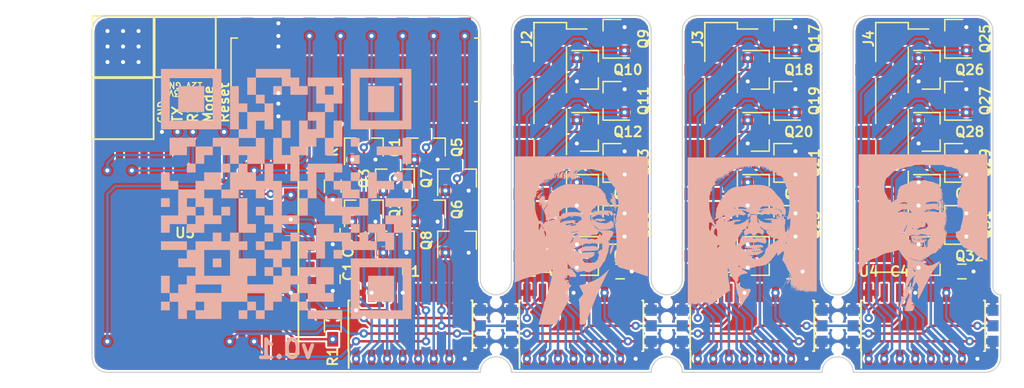
<source format=kicad_pcb>
(kicad_pcb (version 4) (host pcbnew 4.0.6)
  (layers (0 F.Cu signal) (31 B.Cu signal) (34 B.Paste user) (35 F.Paste user) (36 B.SilkS user) (37 F.SilkS user) (38 B.Mask user) (39 F.Mask user) (44 Edge.Cuts user))
  (net 0 "")
  (net 1 GND)
  (net 2 VCC)
  (net 3 +12V)
  (net 4 /MISO)
  (net 5 /CLK)
  (net 6 N_LOAD)
  (net 7 N_START0)
  (net 8 N_START1)
  (net 9 N_START2)
  (net 10 N_START3)
  (net 11 N_ADC1)
  (net 12 N_ADC3)
  (net 13 N_ADC5)
  (net 14 N_ADC7)
  (net 15 N_ADC0)
  (net 16 N_ADC2)
  (net 17 N_ADC4)
  (net 18 N_ADC6)
  (net 19 N_ADC9)
  (net 20 N_ADC11)
  (net 21 N_ADC13)
  (net 22 N_ADC15)
  (net 23 N_ADC8)
  (net 24 N_ADC10)
  (net 25 N_ADC12)
  (net 26 N_ADC14)
  (net 27 N_ADC17)
  (net 28 N_ADC19)
  (net 29 N_ADC21)
  (net 30 N_ADC23)
  (net 31 N_ADC16)
  (net 32 N_ADC18)
  (net 33 N_ADC20)
  (net 34 N_ADC22)
  (net 35 "Net-(Q1-Pad1)")
  (net 36 "Net-(Q2-Pad1)")
  (net 37 "Net-(Q3-Pad1)")
  (net 38 "Net-(Q4-Pad1)")
  (net 39 "Net-(Q5-Pad1)")
  (net 40 N_START4)
  (net 41 "Net-(Q6-Pad1)")
  (net 42 N_START5)
  (net 43 "Net-(Q7-Pad1)")
  (net 44 N_START6)
  (net 45 "Net-(Q8-Pad1)")
  (net 46 N_START7)
  (net 47 "Net-(Q9-Pad1)")
  (net 48 "Net-(Q10-Pad1)")
  (net 49 "Net-(Q11-Pad1)")
  (net 50 "Net-(Q12-Pad1)")
  (net 51 "Net-(Q13-Pad1)")
  (net 52 "Net-(Q14-Pad1)")
  (net 53 "Net-(Q15-Pad1)")
  (net 54 "Net-(Q16-Pad1)")
  (net 55 "Net-(Q17-Pad1)")
  (net 56 "Net-(Q18-Pad1)")
  (net 57 "Net-(Q19-Pad1)")
  (net 58 "Net-(Q20-Pad1)")
  (net 59 "Net-(Q21-Pad1)")
  (net 60 "Net-(Q22-Pad1)")
  (net 61 "Net-(Q23-Pad1)")
  (net 62 "Net-(Q24-Pad1)")
  (net 63 "Net-(Q25-Pad1)")
  (net 64 "Net-(Q26-Pad1)")
  (net 65 "Net-(Q27-Pad1)")
  (net 66 "Net-(Q28-Pad1)")
  (net 67 "Net-(Q29-Pad1)")
  (net 68 "Net-(Q30-Pad1)")
  (net 69 "Net-(Q31-Pad1)")
  (net 70 "Net-(Q32-Pad1)")
  (net 71 "Net-(R1-Pad1)")
  (net 72 START_RCLK)
  (net 73 /MOSI)
  (net 74 ADC_RCLK)
  (net 75 "Net-(J21-Pad1)")
  (net 76 "Net-(J33-Pad1)")
  (net 77 "Net-(J43-Pad1)")
  (net 78 "Net-(Mode1-Pad1)")
  (net 79 "Net-(RX1-Pad1)")
  (net 80 "Net-(TX1-Pad1)")
  (module LOGO (layer B.Cu) (at 80.645 185.42 180)
    (fp_text reference G*** hide)
    (fp_text value LOGO hide)
  )
  (module LOGO (layer B.Cu) (at 66.675 186.055 180)
    (fp_text reference G*** hide)
    (fp_text value LOGO hide)
  )
  (module LOGO (layer B.Cu) (at 52.705 186.055 180)
    (fp_text reference G*** hide)
    (fp_text value LOGO hide)
  )
  (module LOGO (layer B.Cu) (at 28.575 182.245 180)
    (fp_text reference G*** hide)
    (fp_text value LOGO hide)
  )
  (module LOGO (layer B.Cu) (at 52.705 173.355 180)
    (fp_text reference G*** hide)
    (fp_text value LOGO hide)
  )
  (module LOGO (layer B.Cu) (at 66.675 173.355 180)
    (fp_text reference G*** hide)
    (fp_text value LOGO hide)
  )
  (module LOGO (layer B.Cu) (at 80.645 173.355 180)
    (fp_text reference G*** hide)
    (fp_text value LOGO hide)
  )
  (module ESP8266:ESP-12E_SMD (layer F.Cu) (at 20.955 187.325 90)
    (fp_text reference U5 (at 1.89 -0.65 180) (layer F.SilkS) (effects (font (size 0.8 0.8) (thickness 0.16))))
    (fp_text value ESP-12E hide)
    (pad 1 smd rect (at -7 -7 90) (size 2.5 1.1) (drill (offset -0.7 0)) (layers F.Cu F.Paste F.Mask) (net 71 "Net-(R1-Pad1)"))
    (pad 2 smd rect (at -7 -5 90) (size 2.5 1.1) (drill (offset -0.7 0)) (layers F.Cu F.Paste F.Mask))
    (pad 3 smd rect (at -7 -3 90) (size 2.5 1.1) (drill (offset -0.7 0)) (layers F.Cu F.Paste F.Mask))
    (pad 4 smd rect (at -7 -1 90) (size 2.5 1.1) (drill (offset -0.7 0)) (layers F.Cu F.Paste F.Mask))
    (pad 5 smd rect (at -7 1 90) (size 2.5 1.1) (drill (offset -0.7 0)) (layers F.Cu F.Paste F.Mask))
    (pad 6 smd rect (at -7 3 90) (size 2.5 1.1) (drill (offset -0.7 0)) (layers F.Cu F.Paste F.Mask) (net 74 ADC_RCLK))
    (pad 7 smd rect (at -7 5 90) (size 2.5 1.1) (drill (offset -0.7 0)) (layers F.Cu F.Paste F.Mask) (net 72 START_RCLK))
    (pad 8 smd rect (at -7 7 90) (size 2.5 1.1) (drill (offset -0.7 0)) (layers F.Cu F.Paste F.Mask))
    (pad 9 smd rect (at 7 7 90) (size 2.5 1.1) (drill (offset 0.7 0)) (layers F.Cu F.Paste F.Mask))
    (pad 10 smd rect (at 7 5 90) (size 2.5 1.1) (drill (offset 0.7 0)) (layers F.Cu F.Paste F.Mask) (net 6 N_LOAD))
    (pad 11 smd rect (at 7 3 90) (size 2.5 1.1) (drill (offset 0.7 0)) (layers F.Cu F.Paste F.Mask))
    (pad 12 smd rect (at 7 1 90) (size 2.5 1.1) (drill (offset 0.7 0)) (layers F.Cu F.Paste F.Mask) (net 78 "Net-(Mode1-Pad1)"))
    (pad 13 smd rect (at 7 -1 90) (size 2.5 1.1) (drill (offset 0.7 0)) (layers F.Cu F.Paste F.Mask))
    (pad 14 smd rect (at 7 -3 90) (size 2.5 1.1) (drill (offset 0.7 0)) (layers F.Cu F.Paste F.Mask))
    (pad 15 smd rect (at 7 -5 90) (size 2.5 1.1) (drill (offset 0.7 0)) (layers F.Cu F.Paste F.Mask) (net 79 "Net-(RX1-Pad1)"))
    (pad 16 smd rect (at 7 -7 90) (size 2.5 1.1) (drill (offset 0.7 0)) (layers F.Cu F.Paste F.Mask) (net 80 "Net-(TX1-Pad1)"))
    (pad 17 smd rect (at -5.01 8 180) (size 2.5 1.1) (drill (offset -0.7 0)) (layers F.Cu F.Paste F.Mask))
    (pad 18 smd rect (at -3.01 8 180) (size 2.5 1.1) (drill (offset -0.7 0)) (layers F.Cu F.Paste F.Mask) (net 4 /MISO))
    (pad 19 smd rect (at -1.01 8 180) (size 2.5 1.1) (drill (offset -0.7 0)) (layers F.Cu F.Paste F.Mask))
    (pad 20 smd rect (at 0.99 8 180) (size 2.5 1.1) (drill (offset -0.7 0)) (layers F.Cu F.Paste F.Mask))
    (pad 21 smd rect (at 2.99 8 180) (size 2.5 1.1) (drill (offset -0.7 0)) (layers F.Cu F.Paste F.Mask) (net 73 /MOSI))
    (pad 22 smd rect (at 4.99 8 180) (size 2.5 1.1) (drill (offset -0.7 0)) (layers F.Cu F.Paste F.Mask) (net 5 /CLK))
  )
  (module Wire_Pads:SolderWirePad_single_0-8mmDrill (layer F.Cu) (at 73.66 194.945)
    (fp_text reference REF** hide)
    (fp_text value SolderWirePad_single_0-8mmDrill)
    (pad "" np_thru_hole circle (at 0 0) (size 0.7 0.7) (drill 0.7) (layers *.Cu *.Mask))
  )
  (module Wire_Pads:SolderWirePad_single_0-8mmDrill (layer F.Cu) (at 73.66 191.135)
    (fp_text reference REF** hide)
    (fp_text value SolderWirePad_single_0-8mmDrill)
    (pad "" np_thru_hole circle (at 0 0) (size 0.7 0.7) (drill 0.7) (layers *.Cu *.Mask))
  )
  (module Wire_Pads:SolderWirePad_single_0-8mmDrill (layer F.Cu) (at 73.66 192.405)
    (fp_text reference REF** hide)
    (fp_text value SolderWirePad_single_0-8mmDrill)
    (pad "" np_thru_hole circle (at 0 0) (size 0.7 0.7) (drill 0.7) (layers *.Cu *.Mask))
  )
  (module Wire_Pads:SolderWirePad_single_0-8mmDrill (layer F.Cu) (at 73.66 193.675)
    (fp_text reference REF** hide)
    (fp_text value SolderWirePad_single_0-8mmDrill)
    (pad "" np_thru_hole circle (at 0 0) (size 0.7 0.7) (drill 0.7) (layers *.Cu *.Mask))
  )
  (module Wire_Pads:SolderWirePad_single_0-8mmDrill (layer F.Cu) (at 59.69 194.945)
    (fp_text reference REF** hide)
    (fp_text value SolderWirePad_single_0-8mmDrill)
    (pad "" np_thru_hole circle (at 0 0) (size 0.7 0.7) (drill 0.7) (layers *.Cu *.Mask))
  )
  (module Wire_Pads:SolderWirePad_single_0-8mmDrill (layer F.Cu) (at 59.69 191.135)
    (fp_text reference REF** hide)
    (fp_text value SolderWirePad_single_0-8mmDrill)
    (pad "" np_thru_hole circle (at 0 0) (size 0.7 0.7) (drill 0.7) (layers *.Cu *.Mask))
  )
  (module Wire_Pads:SolderWirePad_single_0-8mmDrill (layer F.Cu) (at 59.69 192.405)
    (fp_text reference REF** hide)
    (fp_text value SolderWirePad_single_0-8mmDrill)
    (pad "" np_thru_hole circle (at 0 0) (size 0.7 0.7) (drill 0.7) (layers *.Cu *.Mask))
  )
  (module Wire_Pads:SolderWirePad_single_0-8mmDrill (layer F.Cu) (at 59.69 193.675)
    (fp_text reference REF** hide)
    (fp_text value SolderWirePad_single_0-8mmDrill)
    (pad "" np_thru_hole circle (at 0 0) (size 0.7 0.7) (drill 0.7) (layers *.Cu *.Mask))
  )
  (module Wire_Pads:SolderWirePad_single_0-8mmDrill (layer F.Cu) (at 45.72 191.135)
    (fp_text reference REF** hide)
    (fp_text value SolderWirePad_single_0-8mmDrill)
    (pad "" np_thru_hole circle (at 0 0) (size 0.7 0.7) (drill 0.7) (layers *.Cu *.Mask))
  )
  (module Wire_Pads:SolderWirePad_single_0-8mmDrill (layer F.Cu) (at 45.72 192.405)
    (fp_text reference REF** hide)
    (fp_text value SolderWirePad_single_0-8mmDrill)
    (pad "" np_thru_hole circle (at 0 0) (size 0.7 0.7) (drill 0.7) (layers *.Cu *.Mask))
  )
  (module Wire_Pads:SolderWirePad_single_0-8mmDrill (layer F.Cu) (at 45.72 193.675)
    (fp_text reference REF** hide)
    (fp_text value SolderWirePad_single_0-8mmDrill)
    (pad "" np_thru_hole circle (at 0 0) (size 0.7 0.7) (drill 0.7) (layers *.Cu *.Mask))
  )
  (module Pin_Headers:Pin_Header_Straight_2x08_Pitch2.54mm_SMD (layer F.Cu) (at 34.29 172.085 90)
    (fp_text reference J1 hide)
    (fp_text value CONN_02X08)
    (pad 1 smd rect (at -2.77 -8.89 90) (size 3 1) (layers F.Cu F.Paste F.Mask) (net 3 +12V))
    (pad 2 smd rect (at 2.77 -8.89 90) (size 3 1) (layers F.Cu F.Paste F.Mask) (net 3 +12V))
    (pad 3 smd rect (at -2.77 -6.35 90) (size 3 1) (layers F.Cu F.Paste F.Mask) (net 1 GND))
    (pad 4 smd rect (at 2.77 -6.35 90) (size 3 1) (layers F.Cu F.Paste F.Mask) (net 1 GND))
    (pad 5 smd rect (at -2.77 -3.81 90) (size 3 1) (layers F.Cu F.Paste F.Mask) (net 2 VCC))
    (pad 6 smd rect (at 2.77 -3.81 90) (size 3 1) (layers F.Cu F.Paste F.Mask) (net 4 /MISO))
    (pad 7 smd rect (at -2.77 -1.27 90) (size 3 1) (layers F.Cu F.Paste F.Mask) (net 5 /CLK))
    (pad 8 smd rect (at 2.77 -1.27 90) (size 3 1) (layers F.Cu F.Paste F.Mask) (net 6 N_LOAD))
    (pad 9 smd rect (at -2.77 1.27 90) (size 3 1) (layers F.Cu F.Paste F.Mask) (net 7 N_START0))
    (pad 10 smd rect (at 2.77 1.27 90) (size 3 1) (layers F.Cu F.Paste F.Mask) (net 8 N_START1))
    (pad 11 smd rect (at -2.77 3.81 90) (size 3 1) (layers F.Cu F.Paste F.Mask) (net 9 N_START2))
    (pad 12 smd rect (at 2.77 3.81 90) (size 3 1) (layers F.Cu F.Paste F.Mask) (net 10 N_START3))
    (pad 13 smd rect (at -2.77 6.35 90) (size 3 1) (layers F.Cu F.Paste F.Mask) (net 40 N_START4))
    (pad 14 smd rect (at 2.77 6.35 90) (size 3 1) (layers F.Cu F.Paste F.Mask) (net 42 N_START5))
    (pad 15 smd rect (at -2.77 8.89 90) (size 3 1) (layers F.Cu F.Paste F.Mask) (net 44 N_START6))
    (pad 16 smd rect (at 2.77 8.89 90) (size 3 1) (layers F.Cu F.Paste F.Mask) (net 46 N_START7))
  )
  (module Resistors_SMD:R_0603_HandSoldering (layer F.Cu) (at 32.385 193.04 90)
    (fp_text reference R1 (at -2.54 0 90) (layer F.SilkS) (effects (font (size 0.8 0.8) (thickness 0.16))))
    (fp_text value 1k)
    (pad 1 smd rect (at -1.1 0 90) (size 1.2 0.9) (layers F.Cu F.Paste F.Mask) (net 71 "Net-(R1-Pad1)"))
    (pad 2 smd rect (at 1.1 0 90) (size 1.2 0.9) (layers F.Cu F.Paste F.Mask) (net 2 VCC))
  )
  (module TO_SOT_Packages_SMD:SOT-23 (layer F.Cu) (at 37.465 180.975 90)
    (fp_text reference Q3 (at 0 -2.5 90) (layer F.SilkS) (effects (font (size 0.8 0.8) (thickness 0.16))))
    (fp_text value A09T)
    (pad 1 smd rect (at -1 -0.95 90) (size 0.9 0.8) (layers F.Cu F.Paste F.Mask) (net 37 "Net-(Q3-Pad1)"))
    (pad 2 smd rect (at -1 0.95 90) (size 0.9 0.8) (layers F.Cu F.Paste F.Mask) (net 1 GND))
    (pad 3 smd rect (at 1 0 90) (size 0.9 0.8) (layers F.Cu F.Paste F.Mask) (net 9 N_START2))
  )
  (module TO_SOT_Packages_SMD:SOT-23 (layer F.Cu) (at 34.925 178.435 90)
    (fp_text reference Q1 (at 0 2.54 90) (layer F.SilkS) (effects (font (size 0.8 0.8) (thickness 0.16))))
    (fp_text value A09T)
    (pad 1 smd rect (at -1 -0.95 90) (size 0.9 0.8) (layers F.Cu F.Paste F.Mask) (net 35 "Net-(Q1-Pad1)"))
    (pad 2 smd rect (at -1 0.95 90) (size 0.9 0.8) (layers F.Cu F.Paste F.Mask) (net 1 GND))
    (pad 3 smd rect (at 1 0 90) (size 0.9 0.8) (layers F.Cu F.Paste F.Mask) (net 7 N_START0))
  )
  (module Housings_SOIC:SOIC-16_3.9x9.9mm_Pitch1.27mm (layer F.Cu) (at 38.735 193.04 90)
    (fp_text reference U1 (at 4.445 0 180) (layer F.SilkS) (effects (font (size 0.8 0.8) (thickness 0.16))))
    (fp_text value 74HC595)
    (pad 1 smd rect (at -2.7 -4.445 90) (size 1.5 0.6) (layers F.Cu F.Paste F.Mask) (net 36 "Net-(Q2-Pad1)"))
    (pad 2 smd rect (at -2.7 -3.175 90) (size 1.5 0.6) (layers F.Cu F.Paste F.Mask) (net 37 "Net-(Q3-Pad1)"))
    (pad 3 smd rect (at -2.7 -1.905 90) (size 1.5 0.6) (layers F.Cu F.Paste F.Mask) (net 38 "Net-(Q4-Pad1)"))
    (pad 4 smd rect (at -2.7 -0.635 90) (size 1.5 0.6) (layers F.Cu F.Paste F.Mask) (net 39 "Net-(Q5-Pad1)"))
    (pad 5 smd rect (at -2.7 0.635 90) (size 1.5 0.6) (layers F.Cu F.Paste F.Mask) (net 41 "Net-(Q6-Pad1)"))
    (pad 6 smd rect (at -2.7 1.905 90) (size 1.5 0.6) (layers F.Cu F.Paste F.Mask) (net 43 "Net-(Q7-Pad1)"))
    (pad 7 smd rect (at -2.7 3.175 90) (size 1.5 0.6) (layers F.Cu F.Paste F.Mask) (net 45 "Net-(Q8-Pad1)"))
    (pad 8 smd rect (at -2.7 4.445 90) (size 1.5 0.6) (layers F.Cu F.Paste F.Mask) (net 1 GND))
    (pad 9 smd rect (at 2.7 4.445 90) (size 1.5 0.6) (layers F.Cu F.Paste F.Mask))
    (pad 10 smd rect (at 2.7 3.175 90) (size 1.5 0.6) (layers F.Cu F.Paste F.Mask) (net 2 VCC))
    (pad 11 smd rect (at 2.7 1.905 90) (size 1.5 0.6) (layers F.Cu F.Paste F.Mask) (net 5 /CLK))
    (pad 12 smd rect (at 2.7 0.635 90) (size 1.5 0.6) (layers F.Cu F.Paste F.Mask) (net 72 START_RCLK))
    (pad 13 smd rect (at 2.7 -0.635 90) (size 1.5 0.6) (layers F.Cu F.Paste F.Mask) (net 1 GND))
    (pad 14 smd rect (at 2.7 -1.905 90) (size 1.5 0.6) (layers F.Cu F.Paste F.Mask) (net 73 /MOSI))
    (pad 15 smd rect (at 2.7 -3.175 90) (size 1.5 0.6) (layers F.Cu F.Paste F.Mask) (net 35 "Net-(Q1-Pad1)"))
    (pad 16 smd rect (at 2.7 -4.445 90) (size 1.5 0.6) (layers F.Cu F.Paste F.Mask) (net 2 VCC))
  )
  (module Capacitors_SMD:C_0603_HandSoldering (layer F.Cu) (at 32.385 189.23 90)
    (fp_text reference C1 (at 0.635 1.27 90) (layer F.SilkS) (effects (font (size 0.8 0.8) (thickness 0.16))))
    (fp_text value 1uF)
    (pad 1 smd rect (at -0.95 0 90) (size 1.2 0.75) (layers F.Cu F.Paste F.Mask) (net 1 GND))
    (pad 2 smd rect (at 0.95 0 90) (size 1.2 0.75) (layers F.Cu F.Paste F.Mask) (net 2 VCC))
  )
  (module TO_SOT_Packages_SMD:SOT-23 (layer F.Cu) (at 37.465 186.055 90)
    (fp_text reference Q4 (at 0 -2.5 90) (layer F.SilkS) (effects (font (size 0.8 0.8) (thickness 0.16))))
    (fp_text value A09T)
    (pad 1 smd rect (at -1 -0.95 90) (size 0.9 0.8) (layers F.Cu F.Paste F.Mask) (net 38 "Net-(Q4-Pad1)"))
    (pad 2 smd rect (at -1 0.95 90) (size 0.9 0.8) (layers F.Cu F.Paste F.Mask) (net 1 GND))
    (pad 3 smd rect (at 1 0 90) (size 0.9 0.8) (layers F.Cu F.Paste F.Mask) (net 10 N_START3))
  )
  (module TO_SOT_Packages_SMD:SOT-23 (layer F.Cu) (at 34.925 183.515 90)
    (fp_text reference Q2 (at 0 2.54 90) (layer F.SilkS) (effects (font (size 0.8 0.8) (thickness 0.16))))
    (fp_text value A09T)
    (pad 1 smd rect (at -1 -0.95 90) (size 0.9 0.8) (layers F.Cu F.Paste F.Mask) (net 36 "Net-(Q2-Pad1)"))
    (pad 2 smd rect (at -1 0.95 90) (size 0.9 0.8) (layers F.Cu F.Paste F.Mask) (net 1 GND))
    (pad 3 smd rect (at 1 0 90) (size 0.9 0.8) (layers F.Cu F.Paste F.Mask) (net 8 N_START1))
  )
  (module TO_SOT_Packages_SMD:SOT-23 (layer F.Cu) (at 40.005 178.435 90)
    (fp_text reference Q5 (at 0 2.54 90) (layer F.SilkS) (effects (font (size 0.8 0.8) (thickness 0.16))))
    (fp_text value A09T)
    (pad 1 smd rect (at -1 -0.95 90) (size 0.9 0.8) (layers F.Cu F.Paste F.Mask) (net 39 "Net-(Q5-Pad1)"))
    (pad 2 smd rect (at -1 0.95 90) (size 0.9 0.8) (layers F.Cu F.Paste F.Mask) (net 1 GND))
    (pad 3 smd rect (at 1 0 90) (size 0.9 0.8) (layers F.Cu F.Paste F.Mask) (net 40 N_START4))
  )
  (module TO_SOT_Packages_SMD:SOT-23 (layer F.Cu) (at 40.005 183.515 90)
    (fp_text reference Q6 (at 0 2.54 90) (layer F.SilkS) (effects (font (size 0.8 0.8) (thickness 0.16))))
    (fp_text value A09T)
    (pad 1 smd rect (at -1 -0.95 90) (size 0.9 0.8) (layers F.Cu F.Paste F.Mask) (net 41 "Net-(Q6-Pad1)"))
    (pad 2 smd rect (at -1 0.95 90) (size 0.9 0.8) (layers F.Cu F.Paste F.Mask) (net 1 GND))
    (pad 3 smd rect (at 1 0 90) (size 0.9 0.8) (layers F.Cu F.Paste F.Mask) (net 42 N_START5))
  )
  (module TO_SOT_Packages_SMD:SOT-23 (layer F.Cu) (at 42.545 186.055 90)
    (fp_text reference Q8 (at 0 -2.5 90) (layer F.SilkS) (effects (font (size 0.8 0.8) (thickness 0.16))))
    (fp_text value A09T)
    (pad 1 smd rect (at -1 -0.95 90) (size 0.9 0.8) (layers F.Cu F.Paste F.Mask) (net 45 "Net-(Q8-Pad1)"))
    (pad 2 smd rect (at -1 0.95 90) (size 0.9 0.8) (layers F.Cu F.Paste F.Mask) (net 1 GND))
    (pad 3 smd rect (at 1 0 90) (size 0.9 0.8) (layers F.Cu F.Paste F.Mask) (net 46 N_START7))
  )
  (module TO_SOT_Packages_SMD:SOT-23 (layer F.Cu) (at 42.545 180.975 90)
    (fp_text reference Q7 (at 0 -2.5 90) (layer F.SilkS) (effects (font (size 0.8 0.8) (thickness 0.16))))
    (fp_text value A09T)
    (pad 1 smd rect (at -1 -0.95 90) (size 0.9 0.8) (layers F.Cu F.Paste F.Mask) (net 43 "Net-(Q7-Pad1)"))
    (pad 2 smd rect (at -1 0.95 90) (size 0.9 0.8) (layers F.Cu F.Paste F.Mask) (net 1 GND))
    (pad 3 smd rect (at 1 0 90) (size 0.9 0.8) (layers F.Cu F.Paste F.Mask) (net 44 N_START6))
  )
  (module Capacitors_SMD:C_0603_HandSoldering (layer F.Cu) (at 55.88 188.595 180)
    (fp_text reference C2 (at 5.08 0 360) (layer F.SilkS) (effects (font (size 0.8 0.8) (thickness 0.16))))
    (fp_text value 1uF)
    (pad 1 smd rect (at -0.95 0 180) (size 1.2 0.75) (layers F.Cu F.Paste F.Mask) (net 1 GND))
    (pad 2 smd rect (at 0.95 0 180) (size 1.2 0.75) (layers F.Cu F.Paste F.Mask) (net 2 VCC))
  )
  (module Capacitors_SMD:C_0603_HandSoldering (layer F.Cu) (at 69.85 188.595 180)
    (fp_text reference C3 (at 5.08 0 180) (layer F.SilkS) (effects (font (size 0.8 0.8) (thickness 0.16))))
    (fp_text value 1uF)
    (pad 1 smd rect (at -0.95 0 180) (size 1.2 0.75) (layers F.Cu F.Paste F.Mask) (net 1 GND))
    (pad 2 smd rect (at 0.95 0 180) (size 1.2 0.75) (layers F.Cu F.Paste F.Mask) (net 2 VCC))
  )
  (module Capacitors_SMD:C_0603_HandSoldering (layer F.Cu) (at 83.82 188.595 180)
    (fp_text reference C4 (at 5.08 0 180) (layer F.SilkS) (effects (font (size 0.8 0.8) (thickness 0.16))))
    (fp_text value 1uF)
    (pad 1 smd rect (at -0.95 0 180) (size 1.2 0.75) (layers F.Cu F.Paste F.Mask) (net 1 GND))
    (pad 2 smd rect (at 0.95 0 180) (size 1.2 0.75) (layers F.Cu F.Paste F.Mask) (net 2 VCC))
  )
  (module Pin_Headers:Pin_Header_Straight_1x08_Pitch2.54mm_SMD_Pin1Right (layer F.Cu) (at 50.165 178.435)
    (fp_text reference J2 (at -1.905 -8.89 90) (layer F.SilkS) (effects (font (size 0.8 0.8) (thickness 0.16))))
    (fp_text value CONN_01X08)
    (pad 2 smd rect (at -1.5 -6.35) (size 3 1) (layers F.Cu F.Paste F.Mask) (net 11 N_ADC1))
    (pad 4 smd rect (at -1.5 -1.27) (size 3 1) (layers F.Cu F.Paste F.Mask) (net 12 N_ADC3))
    (pad 6 smd rect (at -1.5 3.81) (size 3 1) (layers F.Cu F.Paste F.Mask) (net 13 N_ADC5))
    (pad 8 smd rect (at -1.5 8.89) (size 3 1) (layers F.Cu F.Paste F.Mask) (net 14 N_ADC7))
    (pad 1 smd rect (at 1.5 -8.89) (size 3 1) (layers F.Cu F.Paste F.Mask) (net 15 N_ADC0))
    (pad 3 smd rect (at 1.5 -3.81) (size 3 1) (layers F.Cu F.Paste F.Mask) (net 16 N_ADC2))
    (pad 5 smd rect (at 1.5 1.27) (size 3 1) (layers F.Cu F.Paste F.Mask) (net 17 N_ADC4))
    (pad 7 smd rect (at 1.5 6.35) (size 3 1) (layers F.Cu F.Paste F.Mask) (net 18 N_ADC6))
  )
  (module Pin_Headers:Pin_Header_Straight_1x08_Pitch2.54mm_SMD_Pin1Right (layer F.Cu) (at 64.135 178.435)
    (fp_text reference J3 (at -1.905 -8.89 90) (layer F.SilkS) (effects (font (size 0.8 0.8) (thickness 0.16))))
    (fp_text value CONN_01X08)
    (pad 2 smd rect (at -1.5 -6.35) (size 3 1) (layers F.Cu F.Paste F.Mask) (net 19 N_ADC9))
    (pad 4 smd rect (at -1.5 -1.27) (size 3 1) (layers F.Cu F.Paste F.Mask) (net 20 N_ADC11))
    (pad 6 smd rect (at -1.5 3.81) (size 3 1) (layers F.Cu F.Paste F.Mask) (net 21 N_ADC13))
    (pad 8 smd rect (at -1.5 8.89) (size 3 1) (layers F.Cu F.Paste F.Mask) (net 22 N_ADC15))
    (pad 1 smd rect (at 1.5 -8.89) (size 3 1) (layers F.Cu F.Paste F.Mask) (net 23 N_ADC8))
    (pad 3 smd rect (at 1.5 -3.81) (size 3 1) (layers F.Cu F.Paste F.Mask) (net 24 N_ADC10))
    (pad 5 smd rect (at 1.5 1.27) (size 3 1) (layers F.Cu F.Paste F.Mask) (net 25 N_ADC12))
    (pad 7 smd rect (at 1.5 6.35) (size 3 1) (layers F.Cu F.Paste F.Mask) (net 26 N_ADC14))
  )
  (module Pin_Headers:Pin_Header_Straight_1x08_Pitch2.54mm_SMD_Pin1Right (layer F.Cu) (at 78.105 178.435)
    (fp_text reference J4 (at -1.905 -8.89 90) (layer F.SilkS) (effects (font (size 0.8 0.8) (thickness 0.16))))
    (fp_text value CONN_01X08)
    (pad 2 smd rect (at -1.5 -6.35) (size 3 1) (layers F.Cu F.Paste F.Mask) (net 27 N_ADC17))
    (pad 4 smd rect (at -1.5 -1.27) (size 3 1) (layers F.Cu F.Paste F.Mask) (net 28 N_ADC19))
    (pad 6 smd rect (at -1.5 3.81) (size 3 1) (layers F.Cu F.Paste F.Mask) (net 29 N_ADC21))
    (pad 8 smd rect (at -1.5 8.89) (size 3 1) (layers F.Cu F.Paste F.Mask) (net 30 N_ADC23))
    (pad 1 smd rect (at 1.5 -8.89) (size 3 1) (layers F.Cu F.Paste F.Mask) (net 31 N_ADC16))
    (pad 3 smd rect (at 1.5 -3.81) (size 3 1) (layers F.Cu F.Paste F.Mask) (net 32 N_ADC18))
    (pad 5 smd rect (at 1.5 1.27) (size 3 1) (layers F.Cu F.Paste F.Mask) (net 33 N_ADC20))
    (pad 7 smd rect (at 1.5 6.35) (size 3 1) (layers F.Cu F.Paste F.Mask) (net 34 N_ADC22))
  )
  (module Resistors_SMD:R_0603_HandSoldering (layer F.Cu) (at 32.385 181.61 90)
    (fp_text reference R2 (at 3.175 0 90) (layer F.SilkS) (effects (font (size 0.8 0.8) (thickness 0.16))))
    (fp_text value 1k)
    (pad 1 smd rect (at -1.1 0 90) (size 1.2 0.9) (layers F.Cu F.Paste F.Mask) (net 78 "Net-(Mode1-Pad1)"))
    (pad 2 smd rect (at 1.1 0 90) (size 1.2 0.9) (layers F.Cu F.Paste F.Mask) (net 2 VCC))
  )
  (module Housings_SOIC:SOIC-16_3.9x9.9mm_Pitch1.27mm (layer F.Cu) (at 52.705 193.04 90)
    (fp_text reference U2 (at 4.445 -4.445 180) (layer F.SilkS) (effects (font (size 0.8 0.8) (thickness 0.16))))
    (fp_text value 74HC595)
    (pad 1 smd rect (at -2.7 -4.445 90) (size 1.5 0.6) (layers F.Cu F.Paste F.Mask) (net 48 "Net-(Q10-Pad1)"))
    (pad 2 smd rect (at -2.7 -3.175 90) (size 1.5 0.6) (layers F.Cu F.Paste F.Mask) (net 49 "Net-(Q11-Pad1)"))
    (pad 3 smd rect (at -2.7 -1.905 90) (size 1.5 0.6) (layers F.Cu F.Paste F.Mask) (net 50 "Net-(Q12-Pad1)"))
    (pad 4 smd rect (at -2.7 -0.635 90) (size 1.5 0.6) (layers F.Cu F.Paste F.Mask) (net 51 "Net-(Q13-Pad1)"))
    (pad 5 smd rect (at -2.7 0.635 90) (size 1.5 0.6) (layers F.Cu F.Paste F.Mask) (net 52 "Net-(Q14-Pad1)"))
    (pad 6 smd rect (at -2.7 1.905 90) (size 1.5 0.6) (layers F.Cu F.Paste F.Mask) (net 53 "Net-(Q15-Pad1)"))
    (pad 7 smd rect (at -2.7 3.175 90) (size 1.5 0.6) (layers F.Cu F.Paste F.Mask) (net 54 "Net-(Q16-Pad1)"))
    (pad 8 smd rect (at -2.7 4.445 90) (size 1.5 0.6) (layers F.Cu F.Paste F.Mask) (net 1 GND))
    (pad 9 smd rect (at 2.7 4.445 90) (size 1.5 0.6) (layers F.Cu F.Paste F.Mask) (net 75 "Net-(J21-Pad1)"))
    (pad 10 smd rect (at 2.7 3.175 90) (size 1.5 0.6) (layers F.Cu F.Paste F.Mask) (net 2 VCC))
    (pad 11 smd rect (at 2.7 1.905 90) (size 1.5 0.6) (layers F.Cu F.Paste F.Mask) (net 5 /CLK))
    (pad 12 smd rect (at 2.7 0.635 90) (size 1.5 0.6) (layers F.Cu F.Paste F.Mask) (net 74 ADC_RCLK))
    (pad 13 smd rect (at 2.7 -0.635 90) (size 1.5 0.6) (layers F.Cu F.Paste F.Mask) (net 1 GND))
    (pad 14 smd rect (at 2.7 -1.905 90) (size 1.5 0.6) (layers F.Cu F.Paste F.Mask) (net 73 /MOSI))
    (pad 15 smd rect (at 2.7 -3.175 90) (size 1.5 0.6) (layers F.Cu F.Paste F.Mask) (net 47 "Net-(Q9-Pad1)"))
    (pad 16 smd rect (at 2.7 -4.445 90) (size 1.5 0.6) (layers F.Cu F.Paste F.Mask) (net 2 VCC))
  )
  (module Housings_SOIC:SOIC-16_3.9x9.9mm_Pitch1.27mm (layer F.Cu) (at 66.675 193.04 90)
    (fp_text reference U3 (at 4.445 -4.445 180) (layer F.SilkS) (effects (font (size 0.8 0.8) (thickness 0.16))))
    (fp_text value 74HC595)
    (pad 1 smd rect (at -2.7 -4.445 90) (size 1.5 0.6) (layers F.Cu F.Paste F.Mask) (net 56 "Net-(Q18-Pad1)"))
    (pad 2 smd rect (at -2.7 -3.175 90) (size 1.5 0.6) (layers F.Cu F.Paste F.Mask) (net 57 "Net-(Q19-Pad1)"))
    (pad 3 smd rect (at -2.7 -1.905 90) (size 1.5 0.6) (layers F.Cu F.Paste F.Mask) (net 58 "Net-(Q20-Pad1)"))
    (pad 4 smd rect (at -2.7 -0.635 90) (size 1.5 0.6) (layers F.Cu F.Paste F.Mask) (net 59 "Net-(Q21-Pad1)"))
    (pad 5 smd rect (at -2.7 0.635 90) (size 1.5 0.6) (layers F.Cu F.Paste F.Mask) (net 60 "Net-(Q22-Pad1)"))
    (pad 6 smd rect (at -2.7 1.905 90) (size 1.5 0.6) (layers F.Cu F.Paste F.Mask) (net 61 "Net-(Q23-Pad1)"))
    (pad 7 smd rect (at -2.7 3.175 90) (size 1.5 0.6) (layers F.Cu F.Paste F.Mask) (net 62 "Net-(Q24-Pad1)"))
    (pad 8 smd rect (at -2.7 4.445 90) (size 1.5 0.6) (layers F.Cu F.Paste F.Mask) (net 1 GND))
    (pad 9 smd rect (at 2.7 4.445 90) (size 1.5 0.6) (layers F.Cu F.Paste F.Mask) (net 76 "Net-(J33-Pad1)"))
    (pad 10 smd rect (at 2.7 3.175 90) (size 1.5 0.6) (layers F.Cu F.Paste F.Mask) (net 2 VCC))
    (pad 11 smd rect (at 2.7 1.905 90) (size 1.5 0.6) (layers F.Cu F.Paste F.Mask) (net 5 /CLK))
    (pad 12 smd rect (at 2.7 0.635 90) (size 1.5 0.6) (layers F.Cu F.Paste F.Mask) (net 74 ADC_RCLK))
    (pad 13 smd rect (at 2.7 -0.635 90) (size 1.5 0.6) (layers F.Cu F.Paste F.Mask) (net 1 GND))
    (pad 14 smd rect (at 2.7 -1.905 90) (size 1.5 0.6) (layers F.Cu F.Paste F.Mask) (net 75 "Net-(J21-Pad1)"))
    (pad 15 smd rect (at 2.7 -3.175 90) (size 1.5 0.6) (layers F.Cu F.Paste F.Mask) (net 55 "Net-(Q17-Pad1)"))
    (pad 16 smd rect (at 2.7 -4.445 90) (size 1.5 0.6) (layers F.Cu F.Paste F.Mask) (net 2 VCC))
  )
  (module Housings_SOIC:SOIC-16_3.9x9.9mm_Pitch1.27mm (layer F.Cu) (at 80.645 193.04 90)
    (fp_text reference U4 (at 4.445 -4.445 360) (layer F.SilkS) (effects (font (size 0.8 0.8) (thickness 0.16))))
    (fp_text value 74HC595)
    (pad 1 smd rect (at -2.7 -4.445 90) (size 1.5 0.6) (layers F.Cu F.Paste F.Mask) (net 64 "Net-(Q26-Pad1)"))
    (pad 2 smd rect (at -2.7 -3.175 90) (size 1.5 0.6) (layers F.Cu F.Paste F.Mask) (net 65 "Net-(Q27-Pad1)"))
    (pad 3 smd rect (at -2.7 -1.905 90) (size 1.5 0.6) (layers F.Cu F.Paste F.Mask) (net 66 "Net-(Q28-Pad1)"))
    (pad 4 smd rect (at -2.7 -0.635 90) (size 1.5 0.6) (layers F.Cu F.Paste F.Mask) (net 67 "Net-(Q29-Pad1)"))
    (pad 5 smd rect (at -2.7 0.635 90) (size 1.5 0.6) (layers F.Cu F.Paste F.Mask) (net 68 "Net-(Q30-Pad1)"))
    (pad 6 smd rect (at -2.7 1.905 90) (size 1.5 0.6) (layers F.Cu F.Paste F.Mask) (net 69 "Net-(Q31-Pad1)"))
    (pad 7 smd rect (at -2.7 3.175 90) (size 1.5 0.6) (layers F.Cu F.Paste F.Mask) (net 70 "Net-(Q32-Pad1)"))
    (pad 8 smd rect (at -2.7 4.445 90) (size 1.5 0.6) (layers F.Cu F.Paste F.Mask) (net 1 GND))
    (pad 9 smd rect (at 2.7 4.445 90) (size 1.5 0.6) (layers F.Cu F.Paste F.Mask) (net 77 "Net-(J43-Pad1)"))
    (pad 10 smd rect (at 2.7 3.175 90) (size 1.5 0.6) (layers F.Cu F.Paste F.Mask) (net 2 VCC))
    (pad 11 smd rect (at 2.7 1.905 90) (size 1.5 0.6) (layers F.Cu F.Paste F.Mask) (net 5 /CLK))
    (pad 12 smd rect (at 2.7 0.635 90) (size 1.5 0.6) (layers F.Cu F.Paste F.Mask) (net 74 ADC_RCLK))
    (pad 13 smd rect (at 2.7 -0.635 90) (size 1.5 0.6) (layers F.Cu F.Paste F.Mask) (net 1 GND))
    (pad 14 smd rect (at 2.7 -1.905 90) (size 1.5 0.6) (layers F.Cu F.Paste F.Mask) (net 76 "Net-(J33-Pad1)"))
    (pad 15 smd rect (at 2.7 -3.175 90) (size 1.5 0.6) (layers F.Cu F.Paste F.Mask) (net 63 "Net-(Q25-Pad1)"))
    (pad 16 smd rect (at 2.7 -4.445 90) (size 1.5 0.6) (layers F.Cu F.Paste F.Mask) (net 2 VCC))
  )
  (module breakaway:0.35mil_square (layer F.Cu) (at 46.99 191.77)
    (fp_text reference J5 hide)
    (fp_text value break)
    (pad 1 smd rect (at 0 0) (size 0.889 0.889) (layers F.Cu F.Paste F.Mask) (net 2 VCC))
  )
  (module breakaway:0.35mil_square (layer F.Cu) (at 44.45 191.77)
    (fp_text reference J6 hide)
    (fp_text value break hide)
    (pad 1 smd rect (at 0 0) (size 0.889 0.889) (layers F.Cu F.Paste F.Mask) (net 2 VCC))
  )
  (module TO_SOT_Packages_SMD:SOT-23 (layer F.Cu) (at 55.245 169.545 180)
    (fp_text reference Q9 (at -2.54 0 270) (layer F.SilkS) (effects (font (size 0.8 0.8) (thickness 0.16))))
    (fp_text value A09T)
    (pad 1 smd rect (at -1 -0.95 180) (size 0.9 0.8) (layers F.Cu F.Paste F.Mask) (net 47 "Net-(Q9-Pad1)"))
    (pad 2 smd rect (at -1 0.95 180) (size 0.9 0.8) (layers F.Cu F.Paste F.Mask) (net 1 GND))
    (pad 3 smd rect (at 1 0 180) (size 0.9 0.8) (layers F.Cu F.Paste F.Mask) (net 15 N_ADC0))
  )
  (module TO_SOT_Packages_SMD:SOT-23 (layer F.Cu) (at 53.34 172.085)
    (fp_text reference Q10 (at 3.175 0 180) (layer F.SilkS) (effects (font (size 0.8 0.8) (thickness 0.16))))
    (fp_text value A09T)
    (pad 1 smd rect (at -1 -0.95) (size 0.9 0.8) (layers F.Cu F.Paste F.Mask) (net 48 "Net-(Q10-Pad1)"))
    (pad 2 smd rect (at -1 0.95) (size 0.9 0.8) (layers F.Cu F.Paste F.Mask) (net 1 GND))
    (pad 3 smd rect (at 1 0) (size 0.9 0.8) (layers F.Cu F.Paste F.Mask) (net 11 N_ADC1))
  )
  (module TO_SOT_Packages_SMD:SOT-23 (layer F.Cu) (at 55.245 174.625 180)
    (fp_text reference Q11 (at -2.54 0 270) (layer F.SilkS) (effects (font (size 0.8 0.8) (thickness 0.16))))
    (fp_text value A09T)
    (pad 1 smd rect (at -1 -0.95 180) (size 0.9 0.8) (layers F.Cu F.Paste F.Mask) (net 49 "Net-(Q11-Pad1)"))
    (pad 2 smd rect (at -1 0.95 180) (size 0.9 0.8) (layers F.Cu F.Paste F.Mask) (net 1 GND))
    (pad 3 smd rect (at 1 0 180) (size 0.9 0.8) (layers F.Cu F.Paste F.Mask) (net 16 N_ADC2))
  )
  (module TO_SOT_Packages_SMD:SOT-23 (layer F.Cu) (at 53.34 177.165)
    (fp_text reference Q12 (at 3.175 0 180) (layer F.SilkS) (effects (font (size 0.8 0.8) (thickness 0.16))))
    (fp_text value A09T)
    (pad 1 smd rect (at -1 -0.95) (size 0.9 0.8) (layers F.Cu F.Paste F.Mask) (net 50 "Net-(Q12-Pad1)"))
    (pad 2 smd rect (at -1 0.95) (size 0.9 0.8) (layers F.Cu F.Paste F.Mask) (net 1 GND))
    (pad 3 smd rect (at 1 0) (size 0.9 0.8) (layers F.Cu F.Paste F.Mask) (net 12 N_ADC3))
  )
  (module TO_SOT_Packages_SMD:SOT-23 (layer F.Cu) (at 55.245 179.705 180)
    (fp_text reference Q13 (at -2.54 0 450) (layer F.SilkS) (effects (font (size 0.8 0.8) (thickness 0.16))))
    (fp_text value A09T)
    (pad 1 smd rect (at -1 -0.95 180) (size 0.9 0.8) (layers F.Cu F.Paste F.Mask) (net 51 "Net-(Q13-Pad1)"))
    (pad 2 smd rect (at -1 0.95 180) (size 0.9 0.8) (layers F.Cu F.Paste F.Mask) (net 1 GND))
    (pad 3 smd rect (at 1 0 180) (size 0.9 0.8) (layers F.Cu F.Paste F.Mask) (net 17 N_ADC4))
  )
  (module TO_SOT_Packages_SMD:SOT-23 (layer F.Cu) (at 53.34 182.245)
    (fp_text reference Q14 (at 3.175 0) (layer F.SilkS) (effects (font (size 0.8 0.8) (thickness 0.16))))
    (fp_text value A09T)
    (pad 1 smd rect (at -1 -0.95) (size 0.9 0.8) (layers F.Cu F.Paste F.Mask) (net 52 "Net-(Q14-Pad1)"))
    (pad 2 smd rect (at -1 0.95) (size 0.9 0.8) (layers F.Cu F.Paste F.Mask) (net 1 GND))
    (pad 3 smd rect (at 1 0) (size 0.9 0.8) (layers F.Cu F.Paste F.Mask) (net 13 N_ADC5))
  )
  (module TO_SOT_Packages_SMD:SOT-23 (layer F.Cu) (at 55.245 184.785 180)
    (fp_text reference Q15 (at -1.27 -2.5 360) (layer F.SilkS) (effects (font (size 0.8 0.8) (thickness 0.16))))
    (fp_text value A09T)
    (pad 1 smd rect (at -1 -0.95 180) (size 0.9 0.8) (layers F.Cu F.Paste F.Mask) (net 53 "Net-(Q15-Pad1)"))
    (pad 2 smd rect (at -1 0.95 180) (size 0.9 0.8) (layers F.Cu F.Paste F.Mask) (net 1 GND))
    (pad 3 smd rect (at 1 0 180) (size 0.9 0.8) (layers F.Cu F.Paste F.Mask) (net 18 N_ADC6))
  )
  (module TO_SOT_Packages_SMD:SOT-23 (layer F.Cu) (at 53.34 187.325)
    (fp_text reference Q16 (at 4.445 -2.5 90) (layer F.SilkS) (effects (font (size 0.8 0.8) (thickness 0.16))))
    (fp_text value A09T)
    (pad 1 smd rect (at -1 -0.95) (size 0.9 0.8) (layers F.Cu F.Paste F.Mask) (net 54 "Net-(Q16-Pad1)"))
    (pad 2 smd rect (at -1 0.95) (size 0.9 0.8) (layers F.Cu F.Paste F.Mask) (net 1 GND))
    (pad 3 smd rect (at 1 0) (size 0.9 0.8) (layers F.Cu F.Paste F.Mask) (net 14 N_ADC7))
  )
  (module TO_SOT_Packages_SMD:SOT-23 (layer F.Cu) (at 69.215 169.545 180)
    (fp_text reference Q17 (at -2.54 0 270) (layer F.SilkS) (effects (font (size 0.8 0.8) (thickness 0.16))))
    (fp_text value A09T)
    (pad 1 smd rect (at -1 -0.95 180) (size 0.9 0.8) (layers F.Cu F.Paste F.Mask) (net 55 "Net-(Q17-Pad1)"))
    (pad 2 smd rect (at -1 0.95 180) (size 0.9 0.8) (layers F.Cu F.Paste F.Mask) (net 1 GND))
    (pad 3 smd rect (at 1 0 180) (size 0.9 0.8) (layers F.Cu F.Paste F.Mask) (net 23 N_ADC8))
  )
  (module TO_SOT_Packages_SMD:SOT-23 (layer F.Cu) (at 67.31 172.085)
    (fp_text reference Q18 (at 3.175 0 180) (layer F.SilkS) (effects (font (size 0.8 0.8) (thickness 0.16))))
    (fp_text value A09T)
    (pad 1 smd rect (at -1 -0.95) (size 0.9 0.8) (layers F.Cu F.Paste F.Mask) (net 56 "Net-(Q18-Pad1)"))
    (pad 2 smd rect (at -1 0.95) (size 0.9 0.8) (layers F.Cu F.Paste F.Mask) (net 1 GND))
    (pad 3 smd rect (at 1 0) (size 0.9 0.8) (layers F.Cu F.Paste F.Mask) (net 19 N_ADC9))
  )
  (module TO_SOT_Packages_SMD:SOT-23 (layer F.Cu) (at 69.215 174.625 180)
    (fp_text reference Q19 (at -2.54 0 270) (layer F.SilkS) (effects (font (size 0.8 0.8) (thickness 0.16))))
    (fp_text value A09T)
    (pad 1 smd rect (at -1 -0.95 180) (size 0.9 0.8) (layers F.Cu F.Paste F.Mask) (net 57 "Net-(Q19-Pad1)"))
    (pad 2 smd rect (at -1 0.95 180) (size 0.9 0.8) (layers F.Cu F.Paste F.Mask) (net 1 GND))
    (pad 3 smd rect (at 1 0 180) (size 0.9 0.8) (layers F.Cu F.Paste F.Mask) (net 24 N_ADC10))
  )
  (module TO_SOT_Packages_SMD:SOT-23 (layer F.Cu) (at 67.31 177.165)
    (fp_text reference Q20 (at 3.175 0) (layer F.SilkS) (effects (font (size 0.8 0.8) (thickness 0.16))))
    (fp_text value A09T)
    (pad 1 smd rect (at -1 -0.95) (size 0.9 0.8) (layers F.Cu F.Paste F.Mask) (net 58 "Net-(Q20-Pad1)"))
    (pad 2 smd rect (at -1 0.95) (size 0.9 0.8) (layers F.Cu F.Paste F.Mask) (net 1 GND))
    (pad 3 smd rect (at 1 0) (size 0.9 0.8) (layers F.Cu F.Paste F.Mask) (net 20 N_ADC11))
  )
  (module TO_SOT_Packages_SMD:SOT-23 (layer F.Cu) (at 69.215 179.705 180)
    (fp_text reference Q21 (at -2.54 0 270) (layer F.SilkS) (effects (font (size 0.8 0.8) (thickness 0.16))))
    (fp_text value A09T)
    (pad 1 smd rect (at -1 -0.95 180) (size 0.9 0.8) (layers F.Cu F.Paste F.Mask) (net 59 "Net-(Q21-Pad1)"))
    (pad 2 smd rect (at -1 0.95 180) (size 0.9 0.8) (layers F.Cu F.Paste F.Mask) (net 1 GND))
    (pad 3 smd rect (at 1 0 180) (size 0.9 0.8) (layers F.Cu F.Paste F.Mask) (net 25 N_ADC12))
  )
  (module TO_SOT_Packages_SMD:SOT-23 (layer F.Cu) (at 67.31 182.245)
    (fp_text reference Q22 (at 3.175 0) (layer F.SilkS) (effects (font (size 0.8 0.8) (thickness 0.16))))
    (fp_text value A09T)
    (pad 1 smd rect (at -1 -0.95) (size 0.9 0.8) (layers F.Cu F.Paste F.Mask) (net 60 "Net-(Q22-Pad1)"))
    (pad 2 smd rect (at -1 0.95) (size 0.9 0.8) (layers F.Cu F.Paste F.Mask) (net 1 GND))
    (pad 3 smd rect (at 1 0) (size 0.9 0.8) (layers F.Cu F.Paste F.Mask) (net 21 N_ADC13))
  )
  (module TO_SOT_Packages_SMD:SOT-23 (layer F.Cu) (at 69.215 184.785 180)
    (fp_text reference Q23 (at -2.54 0 270) (layer F.SilkS) (effects (font (size 0.8 0.8) (thickness 0.16))))
    (fp_text value A09T)
    (pad 1 smd rect (at -1 -0.95 180) (size 0.9 0.8) (layers F.Cu F.Paste F.Mask) (net 61 "Net-(Q23-Pad1)"))
    (pad 2 smd rect (at -1 0.95 180) (size 0.9 0.8) (layers F.Cu F.Paste F.Mask) (net 1 GND))
    (pad 3 smd rect (at 1 0 180) (size 0.9 0.8) (layers F.Cu F.Paste F.Mask) (net 26 N_ADC14))
  )
  (module TO_SOT_Packages_SMD:SOT-23 (layer F.Cu) (at 67.31 187.325)
    (fp_text reference Q24 (at 3.175 0) (layer F.SilkS) (effects (font (size 0.8 0.8) (thickness 0.16))))
    (fp_text value A09T)
    (pad 1 smd rect (at -1 -0.95) (size 0.9 0.8) (layers F.Cu F.Paste F.Mask) (net 62 "Net-(Q24-Pad1)"))
    (pad 2 smd rect (at -1 0.95) (size 0.9 0.8) (layers F.Cu F.Paste F.Mask) (net 1 GND))
    (pad 3 smd rect (at 1 0) (size 0.9 0.8) (layers F.Cu F.Paste F.Mask) (net 22 N_ADC15))
  )
  (module TO_SOT_Packages_SMD:SOT-23 (layer F.Cu) (at 83.185 169.545 180)
    (fp_text reference Q25 (at -2.54 0 270) (layer F.SilkS) (effects (font (size 0.8 0.8) (thickness 0.16))))
    (fp_text value A09T)
    (pad 1 smd rect (at -1 -0.95 180) (size 0.9 0.8) (layers F.Cu F.Paste F.Mask) (net 63 "Net-(Q25-Pad1)"))
    (pad 2 smd rect (at -1 0.95 180) (size 0.9 0.8) (layers F.Cu F.Paste F.Mask) (net 1 GND))
    (pad 3 smd rect (at 1 0 180) (size 0.9 0.8) (layers F.Cu F.Paste F.Mask) (net 31 N_ADC16))
  )
  (module TO_SOT_Packages_SMD:SOT-23 (layer F.Cu) (at 81.28 172.085)
    (fp_text reference Q26 (at 3.175 0) (layer F.SilkS) (effects (font (size 0.8 0.8) (thickness 0.16))))
    (fp_text value A09T)
    (pad 1 smd rect (at -1 -0.95) (size 0.9 0.8) (layers F.Cu F.Paste F.Mask) (net 64 "Net-(Q26-Pad1)"))
    (pad 2 smd rect (at -1 0.95) (size 0.9 0.8) (layers F.Cu F.Paste F.Mask) (net 1 GND))
    (pad 3 smd rect (at 1 0) (size 0.9 0.8) (layers F.Cu F.Paste F.Mask) (net 27 N_ADC17))
  )
  (module TO_SOT_Packages_SMD:SOT-23 (layer F.Cu) (at 83.185 174.625 180)
    (fp_text reference Q27 (at -2.54 0 270) (layer F.SilkS) (effects (font (size 0.8 0.8) (thickness 0.16))))
    (fp_text value A09T)
    (pad 1 smd rect (at -1 -0.95 180) (size 0.9 0.8) (layers F.Cu F.Paste F.Mask) (net 65 "Net-(Q27-Pad1)"))
    (pad 2 smd rect (at -1 0.95 180) (size 0.9 0.8) (layers F.Cu F.Paste F.Mask) (net 1 GND))
    (pad 3 smd rect (at 1 0 180) (size 0.9 0.8) (layers F.Cu F.Paste F.Mask) (net 32 N_ADC18))
  )
  (module TO_SOT_Packages_SMD:SOT-23 (layer F.Cu) (at 81.28 177.165)
    (fp_text reference Q28 (at 3.175 0) (layer F.SilkS) (effects (font (size 0.8 0.8) (thickness 0.16))))
    (fp_text value A09T)
    (pad 1 smd rect (at -1 -0.95) (size 0.9 0.8) (layers F.Cu F.Paste F.Mask) (net 66 "Net-(Q28-Pad1)"))
    (pad 2 smd rect (at -1 0.95) (size 0.9 0.8) (layers F.Cu F.Paste F.Mask) (net 1 GND))
    (pad 3 smd rect (at 1 0) (size 0.9 0.8) (layers F.Cu F.Paste F.Mask) (net 28 N_ADC19))
  )
  (module TO_SOT_Packages_SMD:SOT-23 (layer F.Cu) (at 83.185 179.705 180)
    (fp_text reference Q29 (at -2.54 0 270) (layer F.SilkS) (effects (font (size 0.8 0.8) (thickness 0.16))))
    (fp_text value A09T)
    (pad 1 smd rect (at -1 -0.95 180) (size 0.9 0.8) (layers F.Cu F.Paste F.Mask) (net 67 "Net-(Q29-Pad1)"))
    (pad 2 smd rect (at -1 0.95 180) (size 0.9 0.8) (layers F.Cu F.Paste F.Mask) (net 1 GND))
    (pad 3 smd rect (at 1 0 180) (size 0.9 0.8) (layers F.Cu F.Paste F.Mask) (net 33 N_ADC20))
  )
  (module TO_SOT_Packages_SMD:SOT-23 (layer F.Cu) (at 81.28 182.245)
    (fp_text reference Q30 (at 3.175 0) (layer F.SilkS) (effects (font (size 0.8 0.8) (thickness 0.16))))
    (fp_text value A09T)
    (pad 1 smd rect (at -1 -0.95) (size 0.9 0.8) (layers F.Cu F.Paste F.Mask) (net 68 "Net-(Q30-Pad1)"))
    (pad 2 smd rect (at -1 0.95) (size 0.9 0.8) (layers F.Cu F.Paste F.Mask) (net 1 GND))
    (pad 3 smd rect (at 1 0) (size 0.9 0.8) (layers F.Cu F.Paste F.Mask) (net 29 N_ADC21))
  )
  (module TO_SOT_Packages_SMD:SOT-23 (layer F.Cu) (at 83.185 184.785 180)
    (fp_text reference Q31 (at -2.54 0 270) (layer F.SilkS) (effects (font (size 0.8 0.8) (thickness 0.16))))
    (fp_text value A09T)
    (pad 1 smd rect (at -1 -0.95 180) (size 0.9 0.8) (layers F.Cu F.Paste F.Mask) (net 69 "Net-(Q31-Pad1)"))
    (pad 2 smd rect (at -1 0.95 180) (size 0.9 0.8) (layers F.Cu F.Paste F.Mask) (net 1 GND))
    (pad 3 smd rect (at 1 0 180) (size 0.9 0.8) (layers F.Cu F.Paste F.Mask) (net 34 N_ADC22))
  )
  (module TO_SOT_Packages_SMD:SOT-23 (layer F.Cu) (at 81.28 187.325)
    (fp_text reference Q32 (at 3.175 0) (layer F.SilkS) (effects (font (size 0.8 0.8) (thickness 0.16))))
    (fp_text value A09T)
    (pad 1 smd rect (at -1 -0.95) (size 0.9 0.8) (layers F.Cu F.Paste F.Mask) (net 70 "Net-(Q32-Pad1)"))
    (pad 2 smd rect (at -1 0.95) (size 0.9 0.8) (layers F.Cu F.Paste F.Mask) (net 1 GND))
    (pad 3 smd rect (at 1 0) (size 0.9 0.8) (layers F.Cu F.Paste F.Mask) (net 30 N_ADC23))
  )
  (module breakaway:0.35mil_square (layer F.Cu) (at 58.42 193.04)
    (fp_text reference J21 hide)
    (fp_text value break hide)
    (pad 1 smd rect (at 0 0) (size 0.889 0.889) (layers F.Cu F.Paste F.Mask) (net 75 "Net-(J21-Pad1)"))
  )
  (module breakaway:0.35mil_square (layer F.Cu) (at 60.96 193.04)
    (fp_text reference J22 hide)
    (fp_text value break hide)
    (pad 1 smd rect (at 0 0) (size 0.889 0.889) (layers F.Cu F.Paste F.Mask) (net 75 "Net-(J21-Pad1)"))
  )
  (module breakaway:0.35mil_square (layer B.Cu) (at 46.99 191.77)
    (fp_text reference J7 hide)
    (fp_text value break hide)
    (pad 1 smd rect (at 0 0) (size 0.889 0.889) (layers B.Cu B.Paste B.Mask) (net 1 GND))
  )
  (module breakaway:0.35mil_square (layer B.Cu) (at 44.45 191.77)
    (fp_text reference J8 hide)
    (fp_text value break hide)
    (pad 1 smd rect (at 0 0) (size 0.889 0.889) (layers B.Cu B.Paste B.Mask) (net 1 GND))
  )
  (module breakaway:0.35mil_square (layer F.Cu) (at 44.45 193.04)
    (fp_text reference J9 hide)
    (fp_text value break hide)
    (pad 1 smd rect (at 0 0) (size 0.889 0.889) (layers F.Cu F.Paste F.Mask) (net 73 /MOSI))
  )
  (module breakaway:0.35mil_square (layer F.Cu) (at 46.99 193.04)
    (fp_text reference J10 hide)
    (fp_text value break hide)
    (pad 1 smd rect (at 0 0) (size 0.889 0.889) (layers F.Cu F.Paste F.Mask) (net 73 /MOSI))
  )
  (module breakaway:0.35mil_square (layer B.Cu) (at 44.45 193.04)
    (fp_text reference J11 hide)
    (fp_text value break hide)
    (pad 1 smd rect (at 0 0) (size 0.889 0.889) (layers B.Cu B.Paste B.Mask) (net 74 ADC_RCLK))
  )
  (module breakaway:0.35mil_square (layer B.Cu) (at 46.99 193.04)
    (fp_text reference J12 hide)
    (fp_text value break hide)
    (pad 1 smd rect (at 0 0) (size 0.889 0.889) (layers B.Cu B.Paste B.Mask) (net 74 ADC_RCLK))
  )
  (module breakaway:0.35mil_square (layer F.Cu) (at 44.45 194.31)
    (fp_text reference J13 hide)
    (fp_text value break hide)
    (pad 1 smd rect (at 0 0) (size 0.889 0.889) (layers F.Cu F.Paste F.Mask) (net 5 /CLK))
  )
  (module breakaway:0.35mil_square (layer F.Cu) (at 46.99 194.31)
    (fp_text reference J14 hide)
    (fp_text value break hide)
    (pad 1 smd rect (at 0 0) (size 0.889 0.889) (layers F.Cu F.Paste F.Mask) (net 5 /CLK))
  )
  (module breakaway:0.35mil_square (layer B.Cu) (at 44.45 194.31)
    (fp_text reference J15 hide)
    (fp_text value break hide)
    (pad 1 smd rect (at 0 0) (size 0.889 0.889) (layers B.Cu B.Paste B.Mask) (net 1 GND))
  )
  (module breakaway:0.35mil_square (layer B.Cu) (at 46.99 194.31)
    (fp_text reference J16 hide)
    (fp_text value break hide)
    (pad 1 smd rect (at 0 0) (size 0.889 0.889) (layers B.Cu B.Paste B.Mask) (net 1 GND))
  )
  (module breakaway:0.35mil_square (layer F.Cu) (at 58.42 191.77)
    (fp_text reference J17 hide)
    (fp_text value break hide)
    (pad 1 smd rect (at 0 0) (size 0.889 0.889) (layers F.Cu F.Paste F.Mask) (net 2 VCC))
  )
  (module breakaway:0.35mil_square (layer F.Cu) (at 60.96 191.77)
    (fp_text reference J18 hide)
    (fp_text value break hide)
    (pad 1 smd rect (at 0 0) (size 0.889 0.889) (layers F.Cu F.Paste F.Mask) (net 2 VCC))
  )
  (module breakaway:0.35mil_square (layer B.Cu) (at 58.42 191.77)
    (fp_text reference J19 hide)
    (fp_text value break hide)
    (pad 1 smd rect (at 0 0) (size 0.889 0.889) (layers B.Cu B.Paste B.Mask) (net 1 GND))
  )
  (module breakaway:0.35mil_square (layer B.Cu) (at 60.96 191.77)
    (fp_text reference J20 hide)
    (fp_text value break hide)
    (pad 1 smd rect (at 0 0) (size 0.889 0.889) (layers B.Cu B.Paste B.Mask) (net 1 GND))
  )
  (module breakaway:0.35mil_square (layer B.Cu) (at 58.42 193.04)
    (fp_text reference J23 hide)
    (fp_text value break hide)
    (pad 1 smd rect (at 0 0) (size 0.889 0.889) (layers B.Cu B.Paste B.Mask) (net 74 ADC_RCLK))
  )
  (module breakaway:0.35mil_square (layer B.Cu) (at 60.96 193.04)
    (fp_text reference J24 hide)
    (fp_text value break hide)
    (pad 1 smd rect (at 0 0) (size 0.889 0.889) (layers B.Cu B.Paste B.Mask) (net 74 ADC_RCLK))
  )
  (module breakaway:0.35mil_square (layer F.Cu) (at 58.42 194.31)
    (fp_text reference J25 hide)
    (fp_text value break hide)
    (pad 1 smd rect (at 0 0) (size 0.889 0.889) (layers F.Cu F.Paste F.Mask) (net 5 /CLK))
  )
  (module breakaway:0.35mil_square (layer F.Cu) (at 60.96 194.31)
    (fp_text reference J26 hide)
    (fp_text value break hide)
    (pad 1 smd rect (at 0 0) (size 0.889 0.889) (layers F.Cu F.Paste F.Mask) (net 5 /CLK))
  )
  (module breakaway:0.35mil_square (layer B.Cu) (at 58.42 194.31)
    (fp_text reference J27 hide)
    (fp_text value break hide)
    (pad 1 smd rect (at 0 0) (size 0.889 0.889) (layers B.Cu B.Paste B.Mask) (net 1 GND))
  )
  (module breakaway:0.35mil_square (layer B.Cu) (at 60.96 194.31)
    (fp_text reference J28 hide)
    (fp_text value break hide)
    (pad 1 smd rect (at 0 0) (size 0.889 0.889) (layers B.Cu B.Paste B.Mask) (net 1 GND))
  )
  (module breakaway:0.35mil_square (layer F.Cu) (at 72.39 191.77)
    (fp_text reference J29 hide)
    (fp_text value break hide)
    (pad 1 smd rect (at 0 0) (size 0.889 0.889) (layers F.Cu F.Paste F.Mask) (net 2 VCC))
  )
  (module breakaway:0.35mil_square (layer F.Cu) (at 74.93 191.77)
    (fp_text reference J30 hide)
    (fp_text value break hide)
    (pad 1 smd rect (at 0 0) (size 0.889 0.889) (layers F.Cu F.Paste F.Mask) (net 2 VCC))
  )
  (module breakaway:0.35mil_square (layer B.Cu) (at 72.39 191.77)
    (fp_text reference J31 hide)
    (fp_text value break hide)
    (pad 1 smd rect (at 0 0) (size 0.889 0.889) (layers B.Cu B.Paste B.Mask) (net 1 GND))
  )
  (module breakaway:0.35mil_square (layer B.Cu) (at 74.93 191.77)
    (fp_text reference J32 hide)
    (fp_text value break hide)
    (pad 1 smd rect (at 0 0) (size 0.889 0.889) (layers B.Cu B.Paste B.Mask) (net 1 GND))
  )
  (module breakaway:0.35mil_square (layer F.Cu) (at 72.39 193.04)
    (fp_text reference J33 hide)
    (fp_text value break hide)
    (pad 1 smd rect (at 0 0) (size 0.889 0.889) (layers F.Cu F.Paste F.Mask) (net 76 "Net-(J33-Pad1)"))
  )
  (module breakaway:0.35mil_square (layer F.Cu) (at 74.93 193.04)
    (fp_text reference J34 hide)
    (fp_text value break hide)
    (pad 1 smd rect (at 0 0) (size 0.889 0.889) (layers F.Cu F.Paste F.Mask) (net 76 "Net-(J33-Pad1)"))
  )
  (module breakaway:0.35mil_square (layer B.Cu) (at 72.39 193.04)
    (fp_text reference J35 hide)
    (fp_text value break hide)
    (pad 1 smd rect (at 0 0) (size 0.889 0.889) (layers B.Cu B.Paste B.Mask) (net 74 ADC_RCLK))
  )
  (module breakaway:0.35mil_square (layer B.Cu) (at 74.93 193.04)
    (fp_text reference J36 hide)
    (fp_text value break hide)
    (pad 1 smd rect (at 0 0) (size 0.889 0.889) (layers B.Cu B.Paste B.Mask) (net 74 ADC_RCLK))
  )
  (module breakaway:0.35mil_square (layer F.Cu) (at 72.39 194.31)
    (fp_text reference J37 hide)
    (fp_text value break hide)
    (pad 1 smd rect (at 0 0) (size 0.889 0.889) (layers F.Cu F.Paste F.Mask) (net 5 /CLK))
  )
  (module breakaway:0.35mil_square (layer F.Cu) (at 74.93 194.31)
    (fp_text reference J38 hide)
    (fp_text value break hide)
    (pad 1 smd rect (at 0 0) (size 0.889 0.889) (layers F.Cu F.Paste F.Mask) (net 5 /CLK))
  )
  (module breakaway:0.35mil_square (layer B.Cu) (at 72.39 194.31)
    (fp_text reference J39 hide)
    (fp_text value break hide)
    (pad 1 smd rect (at 0 0) (size 0.889 0.889) (layers B.Cu B.Paste B.Mask) (net 1 GND))
  )
  (module breakaway:0.35mil_square (layer B.Cu) (at 74.93 194.31)
    (fp_text reference J40 hide)
    (fp_text value break hide)
    (pad 1 smd rect (at 0 0) (size 0.889 0.889) (layers B.Cu B.Paste B.Mask) (net 1 GND))
  )
  (module breakaway:0.35mil_square (layer F.Cu) (at 86.36 191.77)
    (fp_text reference J41 hide)
    (fp_text value break hide)
    (pad 1 smd rect (at 0 0) (size 0.889 0.889) (layers F.Cu F.Paste F.Mask) (net 2 VCC))
  )
  (module breakaway:0.35mil_square (layer B.Cu) (at 86.36 191.77)
    (fp_text reference J42 hide)
    (fp_text value break hide)
    (pad 1 smd rect (at 0 0) (size 0.889 0.889) (layers B.Cu B.Paste B.Mask) (net 1 GND))
  )
  (module breakaway:0.35mil_square (layer F.Cu) (at 86.36 193.04)
    (fp_text reference J43 hide)
    (fp_text value break hide)
    (pad 1 smd rect (at 0 0) (size 0.889 0.889) (layers F.Cu F.Paste F.Mask) (net 77 "Net-(J43-Pad1)"))
  )
  (module breakaway:0.35mil_square (layer B.Cu) (at 86.36 193.04)
    (fp_text reference J44 hide)
    (fp_text value break hide)
    (pad 1 smd rect (at 0 0) (size 0.889 0.889) (layers B.Cu B.Paste B.Mask) (net 74 ADC_RCLK))
  )
  (module breakaway:0.35mil_square (layer F.Cu) (at 86.36 194.31)
    (fp_text reference J45 hide)
    (fp_text value break hide)
    (pad 1 smd rect (at 0 0) (size 0.889 0.889) (layers F.Cu F.Paste F.Mask) (net 5 /CLK))
  )
  (module breakaway:0.35mil_square (layer B.Cu) (at 86.36 194.31)
    (fp_text reference J46 hide)
    (fp_text value break hide)
    (pad 1 smd rect (at 0 0) (size 0.889 0.889) (layers B.Cu B.Paste B.Mask) (net 1 GND))
  )
  (module SMD_Packages:1Pin (layer F.Cu) (at 20.32 170.18)
    (fp_text reference J47 hide)
    (fp_text value CONN_01X01)
    (pad 1 smd rect (at 0 0) (size 4.064 4.064) (layers F.Cu F.Paste F.Mask) (net 3 +12V))
  )
  (module SMD_Packages:1Pin (layer F.Cu) (at 15.24 175.26)
    (fp_text reference J48 hide)
    (fp_text value CONN_01X01)
    (pad 1 smd rect (at 0 0) (size 4.064 4.064) (layers F.Cu F.Paste F.Mask) (net 2 VCC))
  )
  (module SMD_Packages:1Pin (layer F.Cu) (at 15.24 170.18)
    (fp_text reference J49 hide)
    (fp_text value CONN_01X01)
    (pad 1 smd rect (at 0 0) (size 4.064 4.064) (layers F.Cu F.Paste F.Mask) (net 1 GND))
  )
  (module Wire_Pads:SolderWirePad_single_0-8mmDrill (layer F.Cu) (at 45.72 194.945)
    (fp_text reference REF** hide)
    (fp_text value SolderWirePad_single_0-8mmDrill)
    (pad "" np_thru_hole circle (at 0 0) (size 0.7 0.7) (drill 0.7) (layers *.Cu *.Mask))
  )
  (module Capacitors_SMD:C_0603_HandSoldering (layer F.Cu) (at 32.385 185.42 90)
    (fp_text reference C5 (at -1.27 1.27 90) (layer F.SilkS) (effects (font (size 0.8 0.8) (thickness 0.16))))
    (fp_text value 1uF)
    (pad 1 smd rect (at -0.95 0 90) (size 1.2 0.75) (layers F.Cu F.Paste F.Mask) (net 1 GND))
    (pad 2 smd rect (at 0.95 0 90) (size 1.2 0.75) (layers F.Cu F.Paste F.Mask) (net 2 VCC))
  )
  (module Measurement_Points:Measurement_Point_Round-SMD-Pad_Small (layer F.Cu) (at 18.415 177.165)
    (fp_text reference GND1 hide)
    (fp_text value TP)
    (pad 1 smd circle (at 0 0) (size 1.016 1.016) (layers F.Cu F.Mask) (net 1 GND))
  )
  (module Measurement_Points:Measurement_Point_Round-SMD-Pad_Small (layer F.Cu) (at 22.225 177.165)
    (fp_text reference Mode1 hide)
    (fp_text value TP)
    (pad 1 smd circle (at 0 0) (size 1.016 1.016) (layers F.Cu F.Mask) (net 78 "Net-(Mode1-Pad1)"))
  )
  (module Measurement_Points:Measurement_Point_Round-SMD-Pad_Small (layer F.Cu) (at 23.495 177.165)
    (fp_text reference Reset1 hide)
    (fp_text value TP)
    (pad 1 smd circle (at 0 0) (size 1.016 1.016) (layers F.Cu F.Mask) (net 71 "Net-(R1-Pad1)"))
  )
  (module Measurement_Points:Measurement_Point_Round-SMD-Pad_Small (layer F.Cu) (at 20.955 177.165)
    (fp_text reference RX1 hide)
    (fp_text value TP)
    (pad 1 smd circle (at 0 0) (size 1.016 1.016) (layers F.Cu F.Mask) (net 79 "Net-(RX1-Pad1)"))
  )
  (module Measurement_Points:Measurement_Point_Round-SMD-Pad_Small (layer F.Cu) (at 19.685 177.165)
    (fp_text reference TX1 hide)
    (fp_text value TP)
    (pad 1 smd circle (at 0 0) (size 1.016 1.016) (layers F.Cu F.Mask) (net 80 "Net-(TX1-Pad1)"))
  )
  (gr_text v0.1 (at 28.575 194.945) (layer B.SilkS) (effects (font (size 1.5 1.5) (thickness 0.3)) (justify mirror)))
  (gr_text 3V3 (at 18.415 173.99 180) (layer F.SilkS) (effects (font (size 0.5 0.5) (thickness 0.1)) (justify right)))
  (gr_text GND (at 18.415 173.355 180) (layer F.SilkS) (effects (font (size 0.5 0.5) (thickness 0.1)) (justify right)))
  (gr_text 12V (at 20.32 173.355 180) (layer F.SilkS) (effects (font (size 0.5 0.5) (thickness 0.1)) (justify right)))
  (gr_text GND (at 18.415 176.53 90) (layer F.SilkS) (effects (font (size 0.6 0.6) (thickness 0.12)) (justify left)))
  (gr_text TX (at 19.685 176.53 90) (layer F.SilkS) (effects (font (size 0.8 0.8) (thickness 0.16)) (justify left)))
  (gr_text RX (at 20.955 176.53 90) (layer F.SilkS) (effects (font (size 0.8 0.8) (thickness 0.16)) (justify left)))
  (gr_text Mode (at 22.225 176.53 90) (layer F.SilkS) (effects (font (size 0.8 0.8) (thickness 0.16)) (justify left)))
  (gr_text Reset (at 23.495 176.53 90) (layer F.SilkS) (effects (font (size 0.8 0.8) (thickness 0.16)) (justify left)))
  (gr_line (start 86.995 190.5) (end 86.995 195.58) (layer Edge.Cuts) (width 0.1))
  (gr_arc (start 86.995 189.865) (end 86.36 189.865) (angle -90) (layer Edge.Cuts) (width 0.1))
  (gr_arc (start 13.97 195.58) (end 13.97 196.85) (angle 90) (layer Edge.Cuts) (width 0.1))
  (gr_arc (start 13.97 168.91) (end 12.7 168.91) (angle 90) (layer Edge.Cuts) (width 0.1))
  (gr_arc (start 43.18 168.91) (end 43.18 167.64) (angle 90) (layer Edge.Cuts) (width 0.1))
  (gr_line (start 44.45 168.91) (end 44.45 189.23) (layer Edge.Cuts) (width 0.1))
  (gr_line (start 13.97 167.64) (end 43.18 167.64) (layer Edge.Cuts) (width 0.1))
  (gr_line (start 12.7 195.58) (end 12.7 168.91) (layer Edge.Cuts) (width 0.1))
  (gr_line (start 44.45 196.85) (end 13.97 196.85) (layer Edge.Cuts) (width 0.1))
  (gr_arc (start 85.09 168.91) (end 85.09 167.64) (angle 90) (layer Edge.Cuts) (width 0.1))
  (gr_arc (start 76.2 168.91) (end 74.93 168.91) (angle 90) (layer Edge.Cuts) (width 0.1))
  (gr_line (start 76.2 167.64) (end 85.09 167.64) (layer Edge.Cuts) (width 0.1))
  (gr_line (start 74.93 189.23) (end 74.93 168.91) (layer Edge.Cuts) (width 0.1))
  (gr_arc (start 62.23 168.91) (end 60.96 168.91) (angle 90) (layer Edge.Cuts) (width 0.1))
  (gr_arc (start 71.12 168.91) (end 71.12 167.64) (angle 90) (layer Edge.Cuts) (width 0.1))
  (gr_arc (start 85.725 195.58) (end 86.995 195.58) (angle 90) (layer Edge.Cuts) (width 0.1))
  (gr_arc (start 73.66 196.85) (end 72.39 196.85) (angle 180) (layer Edge.Cuts) (width 0.1))
  (gr_arc (start 73.66 189.23) (end 74.93 189.23) (angle 180) (layer Edge.Cuts) (width 0.1))
  (gr_line (start 86.36 168.91) (end 86.36 189.865) (layer Edge.Cuts) (width 0.1))
  (gr_line (start 74.93 196.85) (end 85.725 196.85) (layer Edge.Cuts) (width 0.1))
  (gr_line (start 60.96 196.85) (end 72.39 196.85) (layer Edge.Cuts) (width 0.1))
  (gr_line (start 71.12 167.64) (end 62.23 167.64) (layer Edge.Cuts) (width 0.1))
  (gr_line (start 72.39 189.23) (end 72.39 168.91) (layer Edge.Cuts) (width 0.1))
  (gr_line (start 60.96 189.23) (end 60.96 168.91) (layer Edge.Cuts) (width 0.1))
  (gr_arc (start 59.69 196.85) (end 58.42 196.85) (angle 180) (layer Edge.Cuts) (width 0.1))
  (gr_arc (start 59.69 189.23) (end 60.96 189.23) (angle 180) (layer Edge.Cuts) (width 0.1))
  (gr_line (start 46.99 196.85) (end 58.42 196.85) (layer Edge.Cuts) (width 0.1))
  (gr_arc (start 45.72 196.85) (end 44.45 196.85) (angle 180) (layer Edge.Cuts) (width 0.1))
  (gr_arc (start 45.72 189.23) (end 46.99 189.23) (angle 180) (layer Edge.Cuts) (width 0.1))
  (gr_line (start 46.99 168.91) (end 46.99 189.23) (layer Edge.Cuts) (width 0.1))
  (gr_arc (start 48.26 168.91) (end 46.99 168.91) (angle 90) (layer Edge.Cuts) (width 0.1))
  (gr_line (start 57.15 167.64) (end 48.26 167.64) (layer Edge.Cuts) (width 0.1))
  (gr_arc (start 57.15 168.91) (end 57.15 167.64) (angle 90) (layer Edge.Cuts) (width 0.1))
  (gr_line (start 58.42 189.23) (end 58.42 168.91) (layer Edge.Cuts) (width 0.1))
  (via (at 43.18 195.74) (size 0.6858) (drill 0.3302) (layers F.Cu B.Cu) (net 1))
  (via (at 38.1 190.34) (size 0.6858) (drill 0.3302) (layers F.Cu B.Cu) (net 1))
  (via (at 32.385 186.37) (size 0.6858) (drill 0.3302) (layers F.Cu B.Cu) (net 1))
  (via (at 32.385 190.18) (size 0.6858) (drill 0.3302) (layers F.Cu B.Cu) (net 1))
  (via (at 18.415 177.165) (size 0.6858) (drill 0.3302) (layers F.Cu B.Cu) (net 1))
  (via (at 27.94 168.275) (size 0.6858) (drill 0.3302) (layers F.Cu B.Cu) (net 1))
  (via (at 27.94 170.18) (size 0.6858) (drill 0.3302) (layers F.Cu B.Cu) (net 1))
  (via (at 27.94 169.315) (size 0.6858) (drill 0.3302) (layers F.Cu B.Cu) (net 1))
  (via (at 27.94 173.99) (size 0.6858) (drill 0.3302) (layers F.Cu B.Cu) (net 1))
  (via (at 27.94 175.895) (size 0.6858) (drill 0.3302) (layers F.Cu B.Cu) (net 1))
  (via (at 27.94 174.855) (size 0.6858) (drill 0.3302) (layers F.Cu B.Cu) (net 1))
  (via (at 38.415 187.055) (size 0.6858) (drill 0.3302) (layers F.Cu B.Cu) (net 1))
  (via (at 40.955 184.515) (size 0.6858) (drill 0.3302) (layers F.Cu B.Cu) (net 1))
  (via (at 43.495 187.055) (size 0.6858) (drill 0.3302) (layers F.Cu B.Cu) (net 1))
  (via (at 35.875 184.515) (size 0.6858) (drill 0.3302) (layers F.Cu B.Cu) (net 1))
  (via (at 43.495 181.975) (size 0.6858) (drill 0.3302) (layers F.Cu B.Cu) (net 1))
  (via (at 40.955 179.435) (size 0.6858) (drill 0.3302) (layers F.Cu B.Cu) (net 1))
  (via (at 38.415 181.975) (size 0.6858) (drill 0.3302) (layers F.Cu B.Cu) (net 1))
  (via (at 35.875 179.435) (size 0.6858) (drill 0.3302) (layers F.Cu B.Cu) (net 1))
  (via (at 16.51 168.91) (size 0.6858) (drill 0.3302) (layers F.Cu B.Cu) (net 1))
  (via (at 15.24 168.91) (size 0.6858) (drill 0.3302) (layers F.Cu B.Cu) (net 1))
  (via (at 13.97 168.91) (size 0.6858) (drill 0.3302) (layers F.Cu B.Cu) (net 1))
  (via (at 13.97 171.45) (size 0.6858) (drill 0.3302) (layers F.Cu B.Cu) (net 1))
  (via (at 13.97 170.18) (size 0.6858) (drill 0.3302) (layers F.Cu B.Cu) (net 1))
  (via (at 16.51 170.18) (size 0.6858) (drill 0.3302) (layers F.Cu B.Cu) (net 1))
  (via (at 15.24 171.45) (size 0.6858) (drill 0.3302) (layers F.Cu B.Cu) (net 1))
  (via (at 16.51 171.45) (size 0.6858) (drill 0.3302) (layers F.Cu B.Cu) (net 1))
  (via (at 15.24 170.18) (size 0.6858) (drill 0.3302) (layers F.Cu B.Cu) (net 1))
  (via (at 85.09 195.74) (size 0.6858) (drill 0.3302) (layers F.Cu B.Cu) (net 1))
  (via (at 84.185 168.595) (size 0.6858) (drill 0.3302) (layers F.Cu B.Cu) (net 1))
  (via (at 80.28 173.035) (size 0.6858) (drill 0.3302) (layers F.Cu B.Cu) (net 1))
  (via (at 84.185 173.675) (size 0.6858) (drill 0.3302) (layers F.Cu B.Cu) (net 1))
  (via (at 80.28 178.115) (size 0.6858) (drill 0.3302) (layers F.Cu B.Cu) (net 1))
  (via (at 84.185 178.755) (size 0.6858) (drill 0.3302) (layers F.Cu B.Cu) (net 1))
  (via (at 80.28 183.195) (size 0.6858) (drill 0.3302) (layers F.Cu B.Cu) (net 1))
  (via (at 84.185 183.835) (size 0.6858) (drill 0.3302) (layers F.Cu B.Cu) (net 1))
  (via (at 80.01 190.34) (size 0.6858) (drill 0.3302) (layers F.Cu B.Cu) (net 1))
  (via (at 80.28 188.275) (size 0.6858) (drill 0.3302) (layers F.Cu B.Cu) (net 1))
  (via (at 84.77 188.595) (size 0.6858) (drill 0.3302) (layers F.Cu B.Cu) (net 1))
  (via (at 66.04 190.34) (size 0.6858) (drill 0.3302) (layers F.Cu B.Cu) (net 1))
  (via (at 71.12 195.74) (size 0.6858) (drill 0.3302) (layers F.Cu B.Cu) (net 1))
  (via (at 70.8 188.595) (size 0.6858) (drill 0.3302) (layers F.Cu B.Cu) (net 1))
  (via (at 66.31 188.275) (size 0.6858) (drill 0.3302) (layers F.Cu B.Cu) (net 1))
  (via (at 70.215 183.835) (size 0.6858) (drill 0.3302) (layers F.Cu B.Cu) (net 1))
  (via (at 66.31 183.195) (size 0.6858) (drill 0.3302) (layers F.Cu B.Cu) (net 1))
  (via (at 70.215 178.755) (size 0.6858) (drill 0.3302) (layers F.Cu B.Cu) (net 1))
  (via (at 66.31 178.115) (size 0.6858) (drill 0.3302) (layers F.Cu B.Cu) (net 1))
  (via (at 70.215 173.675) (size 0.6858) (drill 0.3302) (layers F.Cu B.Cu) (net 1))
  (via (at 66.31 173.035) (size 0.6858) (drill 0.3302) (layers F.Cu B.Cu) (net 1))
  (via (at 70.215 168.595) (size 0.6858) (drill 0.3302) (layers F.Cu B.Cu) (net 1))
  (via (at 52.07 190.34) (size 0.6858) (drill 0.3302) (layers F.Cu B.Cu) (net 1))
  (via (at 56.83 188.595) (size 0.6858) (drill 0.3302) (layers F.Cu B.Cu) (net 1))
  (via (at 57.15 195.74) (size 0.6858) (drill 0.3302) (layers F.Cu B.Cu) (net 1))
  (via (at 56.245 168.595) (size 0.6858) (drill 0.3302) (layers F.Cu B.Cu) (net 1))
  (via (at 52.34 173.035) (size 0.6858) (drill 0.3302) (layers F.Cu B.Cu) (net 1))
  (via (at 56.245 173.675) (size 0.6858) (drill 0.3302) (layers F.Cu B.Cu) (net 1))
  (via (at 56.245 178.755) (size 0.6858) (drill 0.3302) (layers F.Cu B.Cu) (net 1))
  (via (at 52.34 178.115) (size 0.6858) (drill 0.3302) (layers F.Cu B.Cu) (net 1))
  (via (at 52.34 183.195) (size 0.6858) (drill 0.3302) (layers F.Cu B.Cu) (net 1))
  (via (at 56.245 183.835) (size 0.6858) (drill 0.3302) (layers F.Cu B.Cu) (net 1))
  (via (at 52.34 188.275) (size 0.6858) (drill 0.3302) (layers F.Cu B.Cu) (net 1))
  (segment (start 20.32 170.18) (end 24.535 170.18) (width 0.762) (layer F.Cu) (net 3))
  (segment (start 24.535 170.18) (end 25.4 169.315) (width 0.762) (layer F.Cu) (net 3))
  (segment (start 25.4 174.855) (end 25.4 169.315) (width 0.762) (layer F.Cu) (net 3))
  (segment (start 28.955 190.335) (end 25.235 190.335) (width 0.2032) (layer B.Cu) (net 4))
  (segment (start 25.235 190.335) (end 24.765 189.865) (width 0.2032) (layer B.Cu) (net 4))
  (segment (start 24.765 189.865) (end 24.765 180.34) (width 0.2032) (layer B.Cu) (net 4))
  (segment (start 24.765 180.34) (end 25.4 179.705) (width 0.2032) (layer B.Cu) (net 4))
  (segment (start 25.4 179.705) (end 29.845 179.705) (width 0.2032) (layer B.Cu) (net 4))
  (segment (start 29.845 179.705) (end 30.48 179.07) (width 0.2032) (layer B.Cu) (net 4))
  (segment (start 30.48 179.07) (end 30.48 169.315) (width 0.2032) (layer B.Cu) (net 4))
  (via (at 30.48 169.315) (size 0.6858) (drill 0.3302) (layers F.Cu B.Cu) (net 4))
  (via (at 28.955 190.335) (size 0.6858) (drill 0.3302) (layers F.Cu B.Cu) (net 4))
  (segment (start 73.025 194.31) (end 74.295 194.31) (width 0.2032) (layer F.Cu) (net 5))
  (segment (start 28.955 182.335) (end 28.485 182.335) (width 0.2032) (layer B.Cu) (net 5))
  (segment (start 27.94 182.88) (end 27.94 184.785) (width 0.2032) (layer B.Cu) (net 5))
  (segment (start 31.115 192.405) (end 34.925 192.405) (width 0.2032) (layer B.Cu) (net 5))
  (segment (start 28.485 182.335) (end 27.94 182.88) (width 0.2032) (layer B.Cu) (net 5))
  (segment (start 27.94 184.785) (end 28.575 185.42) (width 0.2032) (layer B.Cu) (net 5))
  (segment (start 28.575 185.42) (end 29.845 185.42) (width 0.2032) (layer B.Cu) (net 5))
  (segment (start 29.845 185.42) (end 30.48 186.055) (width 0.2032) (layer B.Cu) (net 5))
  (segment (start 30.48 186.055) (end 30.48 191.77) (width 0.2032) (layer B.Cu) (net 5))
  (segment (start 30.48 191.77) (end 31.115 192.405) (width 0.2032) (layer B.Cu) (net 5))
  (segment (start 28.955 182.335) (end 29.755 182.335) (width 0.2032) (layer F.Cu) (net 5))
  (segment (start 29.755 182.335) (end 30.48 181.61) (width 0.2032) (layer F.Cu) (net 5))
  (segment (start 30.48 181.61) (end 30.48 177.8) (width 0.2032) (layer F.Cu) (net 5))
  (segment (start 30.48 177.8) (end 31.115 177.165) (width 0.2032) (layer F.Cu) (net 5))
  (segment (start 31.115 177.165) (end 32.4132 177.165) (width 0.2032) (layer F.Cu) (net 5))
  (segment (start 32.4132 177.165) (end 33.02 176.5582) (width 0.2032) (layer F.Cu) (net 5))
  (segment (start 33.02 176.5582) (end 33.02 174.855) (width 0.2032) (layer F.Cu) (net 5))
  (via (at 28.955 182.335) (size 0.6858) (drill 0.3302) (layers F.Cu B.Cu) (net 5))
  (segment (start 41.275 193.04) (end 35.56 193.04) (width 0.2032) (layer F.Cu) (net 5))
  (segment (start 35.56 193.04) (end 34.925 192.405) (width 0.2032) (layer F.Cu) (net 5))
  (via (at 34.925 192.405) (size 0.6858) (drill 0.3302) (layers F.Cu B.Cu) (net 5))
  (segment (start 45.085 194.31) (end 44.45 194.31) (width 0.2032) (layer F.Cu) (net 5))
  (segment (start 44.45 194.31) (end 43.18 193.04) (width 0.2032) (layer F.Cu) (net 5))
  (segment (start 43.18 193.04) (end 41.275 193.04) (width 0.2032) (layer F.Cu) (net 5))
  (segment (start 42.545 193.04) (end 41.275 193.04) (width 0.2032) (layer F.Cu) (net 5))
  (segment (start 41.275 191.77) (end 41.275 193.04) (width 0.2032) (layer B.Cu) (net 5))
  (via (at 41.275 193.04) (size 0.6858) (drill 0.3302) (layers F.Cu B.Cu) (net 5))
  (segment (start 40.64 190.34) (end 40.64 190.5) (width 0.2032) (layer F.Cu) (net 5))
  (segment (start 40.64 190.5) (end 41.275 191.135) (width 0.2032) (layer F.Cu) (net 5))
  (segment (start 41.275 191.135) (end 41.275 191.77) (width 0.2032) (layer F.Cu) (net 5))
  (via (at 41.275 191.77) (size 0.6858) (drill 0.3302) (layers F.Cu B.Cu) (net 5))
  (segment (start 69.215 194.31) (end 70.485 194.31) (width 0.2032) (layer F.Cu) (net 5))
  (segment (start 84.455 194.31) (end 86.36 194.31) (width 0.2032) (layer F.Cu) (net 5))
  (segment (start 60.325 194.31) (end 59.69 194.31) (width 0.2032) (layer F.Cu) (net 5))
  (segment (start 45.085 194.31) (end 46.355 194.31) (width 0.2032) (layer F.Cu) (net 5))
  (segment (start 46.355 194.31) (end 58.42 194.31) (width 0.2032) (layer F.Cu) (net 5))
  (segment (start 74.93 194.31) (end 74.295 194.31) (width 0.2032) (layer F.Cu) (net 5))
  (segment (start 84.455 194.31) (end 74.295 194.31) (width 0.2032) (layer F.Cu) (net 5))
  (segment (start 72.39 194.31) (end 73.025 194.31) (width 0.2032) (layer F.Cu) (net 5))
  (segment (start 56.515 194.31) (end 58.42 194.31) (width 0.2032) (layer F.Cu) (net 5))
  (segment (start 59.69 194.31) (end 59.055 194.31) (width 0.2032) (layer F.Cu) (net 5))
  (segment (start 59.055 194.31) (end 69.215 194.31) (width 0.2032) (layer F.Cu) (net 5))
  (segment (start 58.42 194.31) (end 59.055 194.31) (width 0.2032) (layer F.Cu) (net 5))
  (segment (start 72.39 194.31) (end 70.485 194.31) (width 0.2032) (layer F.Cu) (net 5))
  (segment (start 82.55 192.405) (end 84.455 194.31) (width 0.2032) (layer B.Cu) (net 5))
  (via (at 84.455 194.31) (size 0.6858) (drill 0.3302) (layers F.Cu B.Cu) (net 5))
  (segment (start 82.55 190.34) (end 82.55 192.405) (width 0.2032) (layer B.Cu) (net 5))
  (via (at 82.55 190.34) (size 0.6858) (drill 0.3302) (layers F.Cu B.Cu) (net 5))
  (segment (start 68.58 191.77) (end 68.58 192.405) (width 0.2032) (layer B.Cu) (net 5))
  (segment (start 68.58 192.405) (end 70.485 194.31) (width 0.2032) (layer B.Cu) (net 5))
  (via (at 70.485 194.31) (size 0.6858) (drill 0.3302) (layers F.Cu B.Cu) (net 5))
  (segment (start 68.58 190.34) (end 68.58 191.77) (width 0.2032) (layer B.Cu) (net 5))
  (via (at 68.58 190.34) (size 0.6858) (drill 0.3302) (layers F.Cu B.Cu) (net 5))
  (segment (start 56.172101 193.967101) (end 56.515 194.31) (width 0.2032) (layer B.Cu) (net 5))
  (segment (start 54.61 192.405) (end 56.172101 193.967101) (width 0.2032) (layer B.Cu) (net 5))
  (segment (start 54.61 190.34) (end 54.61 192.405) (width 0.2032) (layer B.Cu) (net 5))
  (via (at 56.515 194.31) (size 0.6858) (drill 0.3302) (layers F.Cu B.Cu) (net 5))
  (via (at 54.61 190.34) (size 0.6858) (drill 0.3302) (layers F.Cu B.Cu) (net 5))
  (segment (start 32.4 180.325) (end 33.02 179.705) (width 0.2032) (layer B.Cu) (net 6))
  (segment (start 33.02 179.705) (end 33.02 169.315) (width 0.2032) (layer B.Cu) (net 6))
  (segment (start 25.955 180.325) (end 32.4 180.325) (width 0.2032) (layer B.Cu) (net 6))
  (via (at 33.02 169.315) (size 0.6858) (drill 0.3302) (layers F.Cu B.Cu) (net 6))
  (via (at 25.955 180.325) (size 0.6858) (drill 0.3302) (layers F.Cu B.Cu) (net 6))
  (segment (start 34.925 177.435) (end 34.925 175.49) (width 0.2032) (layer F.Cu) (net 7))
  (segment (start 34.925 175.49) (end 35.56 174.855) (width 0.2032) (layer F.Cu) (net 7))
  (segment (start 34.925 178.435) (end 35.56 177.8) (width 0.2032) (layer B.Cu) (net 8))
  (segment (start 35.56 177.8) (end 35.56 169.315) (width 0.2032) (layer B.Cu) (net 8))
  (via (at 35.56 169.315) (size 0.6858) (drill 0.3302) (layers F.Cu B.Cu) (net 8))
  (segment (start 34.925 182.515) (end 34.925 178.435) (width 0.2032) (layer F.Cu) (net 8))
  (via (at 34.925 178.435) (size 0.6858) (drill 0.3302) (layers F.Cu B.Cu) (net 8))
  (segment (start 37.465 179.975) (end 37.465 175.49) (width 0.2032) (layer F.Cu) (net 9))
  (segment (start 37.465 175.49) (end 38.1 174.855) (width 0.2032) (layer F.Cu) (net 9))
  (segment (start 37.465 180.975) (end 38.1 180.34) (width 0.2032) (layer B.Cu) (net 10))
  (segment (start 38.1 180.34) (end 38.1 169.315) (width 0.2032) (layer B.Cu) (net 10))
  (via (at 38.1 169.315) (size 0.6858) (drill 0.3302) (layers F.Cu B.Cu) (net 10))
  (segment (start 37.465 185.055) (end 37.465 180.975) (width 0.2032) (layer F.Cu) (net 10))
  (via (at 37.465 180.975) (size 0.6858) (drill 0.3302) (layers F.Cu B.Cu) (net 10))
  (segment (start 54.34 172.085) (end 48.665 172.085) (width 0.2032) (layer F.Cu) (net 11))
  (segment (start 54.34 177.165) (end 48.665 177.165) (width 0.2032) (layer F.Cu) (net 12))
  (segment (start 54.34 182.245) (end 48.665 182.245) (width 0.2032) (layer F.Cu) (net 13))
  (segment (start 48.665 187.325) (end 54.34 187.325) (width 0.2032) (layer F.Cu) (net 14))
  (segment (start 51.665 169.545) (end 54.245 169.545) (width 0.2032) (layer F.Cu) (net 15))
  (segment (start 51.665 174.625) (end 54.245 174.625) (width 0.2032) (layer F.Cu) (net 16))
  (segment (start 54.245 179.705) (end 51.665 179.705) (width 0.2032) (layer F.Cu) (net 17))
  (segment (start 51.665 184.785) (end 54.245 184.785) (width 0.2032) (layer F.Cu) (net 18))
  (segment (start 68.31 172.085) (end 62.635 172.085) (width 0.2032) (layer F.Cu) (net 19))
  (segment (start 62.635 177.165) (end 68.31 177.165) (width 0.2032) (layer F.Cu) (net 20))
  (segment (start 62.635 182.245) (end 68.31 182.245) (width 0.2032) (layer F.Cu) (net 21))
  (segment (start 62.635 187.325) (end 68.31 187.325) (width 0.2032) (layer F.Cu) (net 22))
  (segment (start 68.215 169.545) (end 65.635 169.545) (width 0.2032) (layer F.Cu) (net 23))
  (segment (start 68.215 174.625) (end 65.635 174.625) (width 0.2032) (layer F.Cu) (net 24))
  (segment (start 65.635 179.705) (end 68.215 179.705) (width 0.2032) (layer F.Cu) (net 25))
  (segment (start 65.635 184.785) (end 68.215 184.785) (width 0.2032) (layer F.Cu) (net 26))
  (segment (start 82.28 172.085) (end 76.605 172.085) (width 0.2032) (layer F.Cu) (net 27))
  (segment (start 82.28 177.165) (end 76.605 177.165) (width 0.2032) (layer F.Cu) (net 28))
  (segment (start 76.605 182.245) (end 82.28 182.245) (width 0.2032) (layer F.Cu) (net 29))
  (segment (start 76.605 187.325) (end 82.28 187.325) (width 0.2032) (layer F.Cu) (net 30))
  (segment (start 82.185 169.545) (end 79.605 169.545) (width 0.2032) (layer F.Cu) (net 31))
  (segment (start 82.185 174.625) (end 79.605 174.625) (width 0.2032) (layer F.Cu) (net 32))
  (segment (start 82.185 179.705) (end 79.605 179.705) (width 0.2032) (layer F.Cu) (net 33))
  (segment (start 79.605 184.785) (end 82.185 184.785) (width 0.2032) (layer F.Cu) (net 34))
  (segment (start 34.925 180.975) (end 34.925 189.705) (width 0.2032) (layer B.Cu) (net 35))
  (segment (start 34.925 189.705) (end 35.56 190.34) (width 0.2032) (layer B.Cu) (net 35))
  (via (at 35.56 190.34) (size 0.6858) (drill 0.3302) (layers F.Cu B.Cu) (net 35))
  (segment (start 33.975 179.435) (end 33.975 180.025) (width 0.2032) (layer B.Cu) (net 35))
  (segment (start 33.975 180.025) (end 34.925 180.975) (width 0.2032) (layer B.Cu) (net 35))
  (via (at 33.975 179.435) (size 0.6858) (drill 0.3302) (layers F.Cu B.Cu) (net 35))
  (segment (start 34.29 195.74) (end 34.29 195.58) (width 0.2032) (layer B.Cu) (net 36))
  (segment (start 34.29 195.58) (end 35.56 194.31) (width 0.2032) (layer B.Cu) (net 36))
  (segment (start 35.56 194.31) (end 35.56 191.77) (width 0.2032) (layer B.Cu) (net 36))
  (segment (start 35.56 191.77) (end 34.29 190.5) (width 0.2032) (layer B.Cu) (net 36))
  (segment (start 34.29 190.5) (end 34.29 185.42) (width 0.2032) (layer B.Cu) (net 36))
  (segment (start 34.29 185.42) (end 33.975 185.105) (width 0.2032) (layer B.Cu) (net 36))
  (segment (start 33.975 185.105) (end 33.975 184.515) (width 0.2032) (layer B.Cu) (net 36))
  (via (at 34.29 195.74) (size 0.6858) (drill 0.3302) (layers F.Cu B.Cu) (net 36))
  (via (at 33.975 184.515) (size 0.6858) (drill 0.3302) (layers F.Cu B.Cu) (net 36))
  (segment (start 35.56 195.74) (end 35.56 194.945) (width 0.2032) (layer B.Cu) (net 37))
  (segment (start 35.56 194.945) (end 36.195 194.31) (width 0.2032) (layer B.Cu) (net 37))
  (segment (start 35.56 187.325) (end 35.56 186.055) (width 0.2032) (layer B.Cu) (net 37))
  (segment (start 36.195 194.31) (end 36.195 187.96) (width 0.2032) (layer B.Cu) (net 37))
  (segment (start 36.195 187.96) (end 35.56 187.325) (width 0.2032) (layer B.Cu) (net 37))
  (segment (start 35.56 186.055) (end 36.515 185.1) (width 0.2032) (layer B.Cu) (net 37))
  (segment (start 36.515 185.1) (end 36.515 181.975) (width 0.2032) (layer B.Cu) (net 37))
  (via (at 35.56 195.74) (size 0.6858) (drill 0.3302) (layers F.Cu B.Cu) (net 37))
  (via (at 36.515 181.975) (size 0.6858) (drill 0.3302) (layers F.Cu B.Cu) (net 37))
  (segment (start 36.515 187.055) (end 36.515 187.645) (width 0.2032) (layer B.Cu) (net 38))
  (segment (start 36.515 187.645) (end 36.83 187.96) (width 0.2032) (layer B.Cu) (net 38))
  (segment (start 36.83 187.96) (end 36.83 194.31) (width 0.2032) (layer B.Cu) (net 38))
  (segment (start 36.83 194.31) (end 36.83 195.74) (width 0.2032) (layer B.Cu) (net 38))
  (via (at 36.83 195.74) (size 0.6858) (drill 0.3302) (layers F.Cu B.Cu) (net 38))
  (via (at 36.515 187.055) (size 0.6858) (drill 0.3302) (layers F.Cu B.Cu) (net 38))
  (segment (start 37.465 192.405) (end 37.465 194.31) (width 0.2032) (layer B.Cu) (net 39))
  (segment (start 37.465 194.31) (end 38.1 194.945) (width 0.2032) (layer B.Cu) (net 39))
  (segment (start 38.1 194.945) (end 38.1 195.74) (width 0.2032) (layer B.Cu) (net 39))
  (segment (start 39.055 179.435) (end 39.055 183.195) (width 0.2032) (layer B.Cu) (net 39))
  (segment (start 39.055 183.195) (end 37.465 184.785) (width 0.2032) (layer B.Cu) (net 39))
  (segment (start 37.465 184.785) (end 37.465 192.405) (width 0.2032) (layer B.Cu) (net 39))
  (via (at 38.1 195.74) (size 0.6858) (drill 0.3302) (layers F.Cu B.Cu) (net 39))
  (via (at 39.055 179.435) (size 0.6858) (drill 0.3302) (layers F.Cu B.Cu) (net 39))
  (segment (start 40.005 177.435) (end 40.005 175.49) (width 0.2032) (layer F.Cu) (net 40))
  (segment (start 40.005 175.49) (end 40.64 174.855) (width 0.2032) (layer F.Cu) (net 40))
  (segment (start 39.055 184.515) (end 39.055 185.105) (width 0.2032) (layer B.Cu) (net 41))
  (segment (start 39.37 185.42) (end 39.37 195.74) (width 0.2032) (layer B.Cu) (net 41))
  (segment (start 39.055 185.105) (end 39.37 185.42) (width 0.2032) (layer B.Cu) (net 41))
  (via (at 39.37 195.74) (size 0.6858) (drill 0.3302) (layers F.Cu B.Cu) (net 41))
  (via (at 39.055 184.515) (size 0.6858) (drill 0.3302) (layers F.Cu B.Cu) (net 41))
  (segment (start 40.005 178.435) (end 40.64 177.8) (width 0.2032) (layer B.Cu) (net 42))
  (segment (start 40.64 177.8) (end 40.64 169.315) (width 0.2032) (layer B.Cu) (net 42))
  (via (at 40.64 169.315) (size 0.6858) (drill 0.3302) (layers F.Cu B.Cu) (net 42))
  (segment (start 40.005 182.515) (end 40.005 178.435) (width 0.2032) (layer F.Cu) (net 42))
  (via (at 40.005 178.435) (size 0.6858) (drill 0.3302) (layers F.Cu B.Cu) (net 42))
  (segment (start 41.595 181.975) (end 41.595 185.735) (width 0.2032) (layer B.Cu) (net 43))
  (segment (start 41.595 185.735) (end 40.64 186.69) (width 0.2032) (layer B.Cu) (net 43))
  (segment (start 40.64 186.69) (end 40.64 195.74) (width 0.2032) (layer B.Cu) (net 43))
  (via (at 40.64 195.74) (size 0.6858) (drill 0.3302) (layers F.Cu B.Cu) (net 43))
  (via (at 41.595 181.975) (size 0.6858) (drill 0.3302) (layers F.Cu B.Cu) (net 43))
  (segment (start 42.545 179.975) (end 42.545 175.49) (width 0.2032) (layer F.Cu) (net 44))
  (segment (start 42.545 175.49) (end 43.18 174.855) (width 0.2032) (layer F.Cu) (net 44))
  (segment (start 41.595 187.055) (end 41.595 187.645) (width 0.2032) (layer B.Cu) (net 45))
  (segment (start 41.595 187.645) (end 41.91 187.96) (width 0.2032) (layer B.Cu) (net 45))
  (segment (start 41.91 187.96) (end 41.91 195.74) (width 0.2032) (layer B.Cu) (net 45))
  (via (at 41.91 195.74) (size 0.6858) (drill 0.3302) (layers F.Cu B.Cu) (net 45))
  (via (at 41.595 187.055) (size 0.6858) (drill 0.3302) (layers F.Cu B.Cu) (net 45))
  (segment (start 42.545 180.975) (end 43.18 180.34) (width 0.2032) (layer B.Cu) (net 46))
  (segment (start 43.18 180.34) (end 43.18 169.315) (width 0.2032) (layer B.Cu) (net 46))
  (via (at 43.18 169.315) (size 0.6858) (drill 0.3302) (layers F.Cu B.Cu) (net 46))
  (segment (start 42.545 185.055) (end 42.545 180.975) (width 0.2032) (layer F.Cu) (net 46))
  (via (at 42.545 180.975) (size 0.6858) (drill 0.3302) (layers F.Cu B.Cu) (net 46))
  (segment (start 49.53 190.34) (end 49.53 190.5) (width 0.2032) (layer F.Cu) (net 47))
  (segment (start 49.53 190.5) (end 48.26 191.77) (width 0.2032) (layer F.Cu) (net 47))
  (segment (start 48.26 191.77) (end 48.26 192.405) (width 0.2032) (layer F.Cu) (net 47))
  (segment (start 56.245 170.495) (end 53.655 170.495) (width 0.2032) (layer B.Cu) (net 47))
  (segment (start 53.655 170.495) (end 52.705 169.545) (width 0.2032) (layer B.Cu) (net 47))
  (segment (start 52.705 169.545) (end 52.07 169.545) (width 0.2032) (layer B.Cu) (net 47))
  (segment (start 52.07 169.545) (end 47.625 173.99) (width 0.2032) (layer B.Cu) (net 47))
  (segment (start 47.625 191.135) (end 48.26 191.77) (width 0.2032) (layer B.Cu) (net 47))
  (segment (start 47.625 173.99) (end 47.625 191.135) (width 0.2032) (layer B.Cu) (net 47))
  (segment (start 48.26 191.77) (end 48.26 191.920067) (width 0.2032) (layer B.Cu) (net 47))
  (segment (start 48.26 191.920067) (end 48.26 192.405) (width 0.2032) (layer B.Cu) (net 47))
  (via (at 48.26 192.405) (size 0.6858) (drill 0.3302) (layers F.Cu B.Cu) (net 47))
  (via (at 56.245 170.495) (size 0.6858) (drill 0.3302) (layers F.Cu B.Cu) (net 47))
  (segment (start 48.26 195.74) (end 48.26 195.58) (width 0.2032) (layer B.Cu) (net 48))
  (segment (start 52.34 171.815) (end 52.34 171.7382) (width 0.2032) (layer B.Cu) (net 48))
  (segment (start 48.26 195.58) (end 49.53 194.31) (width 0.2032) (layer B.Cu) (net 48))
  (segment (start 49.53 194.31) (end 49.53 192.405) (width 0.2032) (layer B.Cu) (net 48))
  (segment (start 49.53 192.405) (end 48.26 191.135) (width 0.2032) (layer B.Cu) (net 48))
  (segment (start 48.26 175.895) (end 52.34 171.815) (width 0.2032) (layer B.Cu) (net 48))
  (segment (start 52.34 171.7382) (end 52.34 171.135) (width 0.2032) (layer B.Cu) (net 48))
  (segment (start 48.26 191.135) (end 48.26 175.895) (width 0.2032) (layer B.Cu) (net 48))
  (via (at 52.34 171.135) (size 0.6858) (drill 0.3302) (layers F.Cu B.Cu) (net 48))
  (via (at 48.26 195.74) (size 0.6858) (drill 0.3302) (layers F.Cu B.Cu) (net 48))
  (segment (start 56.245 175.575) (end 53.655 175.575) (width 0.2032) (layer B.Cu) (net 49))
  (segment (start 53.655 175.575) (end 52.705 174.625) (width 0.2032) (layer B.Cu) (net 49))
  (segment (start 50.165 192.405) (end 50.165 194.945) (width 0.2032) (layer B.Cu) (net 49))
  (segment (start 52.705 174.625) (end 52.07 174.625) (width 0.2032) (layer B.Cu) (net 49))
  (segment (start 52.07 174.625) (end 48.895 177.8) (width 0.2032) (layer B.Cu) (net 49))
  (segment (start 48.895 177.8) (end 48.895 191.135) (width 0.2032) (layer B.Cu) (net 49))
  (segment (start 48.895 191.135) (end 50.165 192.405) (width 0.2032) (layer B.Cu) (net 49))
  (segment (start 50.165 194.945) (end 49.53 195.58) (width 0.2032) (layer B.Cu) (net 49))
  (segment (start 49.53 195.58) (end 49.53 195.74) (width 0.2032) (layer B.Cu) (net 49))
  (via (at 56.245 175.575) (size 0.6858) (drill 0.3302) (layers F.Cu B.Cu) (net 49))
  (via (at 49.53 195.74) (size 0.6858) (drill 0.3302) (layers F.Cu B.Cu) (net 49))
  (segment (start 52.34 176.215) (end 52.34 176.895) (width 0.2032) (layer B.Cu) (net 50))
  (segment (start 52.34 176.895) (end 49.53 179.705) (width 0.2032) (layer B.Cu) (net 50))
  (segment (start 49.53 179.705) (end 49.53 191.135) (width 0.2032) (layer B.Cu) (net 50))
  (segment (start 50.8 194.31) (end 50.8 195.74) (width 0.2032) (layer B.Cu) (net 50))
  (segment (start 49.53 191.135) (end 50.8 192.405) (width 0.2032) (layer B.Cu) (net 50))
  (segment (start 50.8 192.405) (end 50.8 194.31) (width 0.2032) (layer B.Cu) (net 50))
  (via (at 52.34 176.215) (size 0.6858) (drill 0.3302) (layers F.Cu B.Cu) (net 50))
  (via (at 50.8 195.74) (size 0.6858) (drill 0.3302) (layers F.Cu B.Cu) (net 50))
  (segment (start 56.245 180.655) (end 53.655 180.655) (width 0.2032) (layer B.Cu) (net 51))
  (segment (start 53.655 180.655) (end 52.705 179.705) (width 0.2032) (layer B.Cu) (net 51))
  (segment (start 52.07 179.705) (end 50.165 181.61) (width 0.2032) (layer B.Cu) (net 51))
  (segment (start 52.705 179.705) (end 52.07 179.705) (width 0.2032) (layer B.Cu) (net 51))
  (segment (start 50.165 181.61) (end 50.165 191.135) (width 0.2032) (layer B.Cu) (net 51))
  (segment (start 51.435 192.405) (end 51.435 194.945) (width 0.2032) (layer B.Cu) (net 51))
  (segment (start 50.165 191.135) (end 51.435 192.405) (width 0.2032) (layer B.Cu) (net 51))
  (segment (start 51.435 194.945) (end 52.07 195.58) (width 0.2032) (layer B.Cu) (net 51))
  (segment (start 52.07 195.58) (end 52.07 195.74) (width 0.2032) (layer B.Cu) (net 51))
  (via (at 52.07 195.74) (size 0.6858) (drill 0.3302) (layers F.Cu B.Cu) (net 51))
  (via (at 56.245 180.655) (size 0.6858) (drill 0.3302) (layers F.Cu B.Cu) (net 51))
  (segment (start 52.34 181.295) (end 52.34 181.975) (width 0.2032) (layer B.Cu) (net 52))
  (segment (start 50.8 191.135) (end 52.07 192.405) (width 0.2032) (layer B.Cu) (net 52))
  (segment (start 52.34 181.975) (end 50.8 183.515) (width 0.2032) (layer B.Cu) (net 52))
  (segment (start 50.8 183.515) (end 50.8 191.135) (width 0.2032) (layer B.Cu) (net 52))
  (segment (start 52.07 192.405) (end 52.07 194.31) (width 0.2032) (layer B.Cu) (net 52))
  (segment (start 52.07 194.31) (end 53.34 195.58) (width 0.2032) (layer B.Cu) (net 52))
  (segment (start 53.34 195.58) (end 53.34 195.74) (width 0.2032) (layer B.Cu) (net 52))
  (via (at 52.34 181.295) (size 0.6858) (drill 0.3302) (layers F.Cu B.Cu) (net 52))
  (via (at 53.34 195.74) (size 0.6858) (drill 0.3302) (layers F.Cu B.Cu) (net 52))
  (segment (start 56.245 185.735) (end 53.655 185.735) (width 0.2032) (layer B.Cu) (net 53))
  (segment (start 51.435 185.42) (end 51.435 191.135) (width 0.2032) (layer B.Cu) (net 53))
  (segment (start 53.655 185.735) (end 52.705 184.785) (width 0.2032) (layer B.Cu) (net 53))
  (segment (start 52.705 184.785) (end 52.07 184.785) (width 0.2032) (layer B.Cu) (net 53))
  (segment (start 52.705 193.675) (end 54.61 195.58) (width 0.2032) (layer B.Cu) (net 53))
  (segment (start 52.07 184.785) (end 51.435 185.42) (width 0.2032) (layer B.Cu) (net 53))
  (segment (start 51.435 191.135) (end 52.705 192.405) (width 0.2032) (layer B.Cu) (net 53))
  (segment (start 52.705 192.405) (end 52.705 193.675) (width 0.2032) (layer B.Cu) (net 53))
  (segment (start 54.61 195.58) (end 54.61 195.74) (width 0.2032) (layer B.Cu) (net 53))
  (via (at 56.245 185.735) (size 0.6858) (drill 0.3302) (layers F.Cu B.Cu) (net 53))
  (via (at 54.61 195.74) (size 0.6858) (drill 0.3302) (layers F.Cu B.Cu) (net 53))
  (segment (start 52.34 186.375) (end 52.34 186.96) (width 0.2032) (layer B.Cu) (net 54))
  (segment (start 52.34 186.96) (end 53.34 187.96) (width 0.2032) (layer B.Cu) (net 54))
  (segment (start 53.34 187.96) (end 53.34 193.04) (width 0.2032) (layer B.Cu) (net 54))
  (segment (start 53.34 193.04) (end 55.88 195.58) (width 0.2032) (layer B.Cu) (net 54))
  (segment (start 55.88 195.58) (end 55.88 195.74) (width 0.2032) (layer B.Cu) (net 54))
  (via (at 52.34 186.375) (size 0.6858) (drill 0.3302) (layers F.Cu B.Cu) (net 54))
  (via (at 55.88 195.74) (size 0.6858) (drill 0.3302) (layers F.Cu B.Cu) (net 54))
  (segment (start 63.5 190.34) (end 63.5 190.5) (width 0.2032) (layer F.Cu) (net 55))
  (segment (start 63.5 190.5) (end 62.23 191.77) (width 0.2032) (layer F.Cu) (net 55))
  (segment (start 62.23 191.77) (end 62.23 192.405) (width 0.2032) (layer F.Cu) (net 55))
  (segment (start 70.215 170.495) (end 67.625 170.495) (width 0.2032) (layer B.Cu) (net 55))
  (segment (start 67.625 170.495) (end 66.675 169.545) (width 0.2032) (layer B.Cu) (net 55))
  (segment (start 62.23 191.77) (end 62.23 192.405) (width 0.2032) (layer B.Cu) (net 55))
  (segment (start 66.675 169.545) (end 66.04 169.545) (width 0.2032) (layer B.Cu) (net 55))
  (segment (start 66.04 169.545) (end 61.595 173.99) (width 0.2032) (layer B.Cu) (net 55))
  (segment (start 61.595 173.99) (end 61.595 191.135) (width 0.2032) (layer B.Cu) (net 55))
  (segment (start 61.595 191.135) (end 62.23 191.77) (width 0.2032) (layer B.Cu) (net 55))
  (via (at 62.23 192.405) (size 0.6858) (drill 0.3302) (layers F.Cu B.Cu) (net 55))
  (via (at 70.215 170.495) (size 0.6858) (drill 0.3302) (layers F.Cu B.Cu) (net 55))
  (segment (start 62.23 195.74) (end 62.23 195.58) (width 0.2032) (layer B.Cu) (net 56))
  (segment (start 62.23 195.58) (end 63.5 194.31) (width 0.2032) (layer B.Cu) (net 56))
  (segment (start 63.5 194.31) (end 63.5 192.405) (width 0.2032) (layer B.Cu) (net 56))
  (segment (start 63.5 192.405) (end 62.23 191.135) (width 0.2032) (layer B.Cu) (net 56))
  (segment (start 62.23 191.135) (end 62.23 175.895) (width 0.2032) (layer B.Cu) (net 56))
  (segment (start 62.23 175.895) (end 66.31 171.815) (width 0.2032) (layer B.Cu) (net 56))
  (segment (start 66.31 171.815) (end 66.31 171.135) (width 0.2032) (layer B.Cu) (net 56))
  (via (at 62.23 195.74) (size 0.6858) (drill 0.3302) (layers F.Cu B.Cu) (net 56))
  (via (at 66.31 171.135) (size 0.6858) (drill 0.3302) (layers F.Cu B.Cu) (net 56))
  (segment (start 63.5 195.74) (end 63.5 195.58) (width 0.2032) (layer B.Cu) (net 57))
  (segment (start 63.5 195.58) (end 64.135 194.945) (width 0.2032) (layer B.Cu) (net 57))
  (segment (start 64.135 194.945) (end 64.135 192.405) (width 0.2032) (layer B.Cu) (net 57))
  (segment (start 64.135 192.405) (end 62.865 191.135) (width 0.2032) (layer B.Cu) (net 57))
  (segment (start 62.865 191.135) (end 62.865 177.8) (width 0.2032) (layer B.Cu) (net 57))
  (segment (start 66.04 174.625) (end 66.675 174.625) (width 0.2032) (layer B.Cu) (net 57))
  (segment (start 62.865 177.8) (end 66.04 174.625) (width 0.2032) (layer B.Cu) (net 57))
  (segment (start 66.675 174.625) (end 67.625 175.575) (width 0.2032) (layer B.Cu) (net 57))
  (segment (start 67.625 175.575) (end 70.215 175.575) (width 0.2032) (layer B.Cu) (net 57))
  (via (at 63.5 195.74) (size 0.6858) (drill 0.3302) (layers F.Cu B.Cu) (net 57))
  (via (at 70.215 175.575) (size 0.6858) (drill 0.3302) (layers F.Cu B.Cu) (net 57))
  (segment (start 66.31 176.215) (end 66.31 176.895) (width 0.2032) (layer B.Cu) (net 58))
  (segment (start 66.31 176.895) (end 63.5 179.705) (width 0.2032) (layer B.Cu) (net 58))
  (segment (start 63.5 179.705) (end 63.5 191.135) (width 0.2032) (layer B.Cu) (net 58))
  (segment (start 63.5 191.135) (end 64.77 192.405) (width 0.2032) (layer B.Cu) (net 58))
  (segment (start 64.77 192.405) (end 64.77 195.74) (width 0.2032) (layer B.Cu) (net 58))
  (via (at 64.77 195.74) (size 0.6858) (drill 0.3302) (layers F.Cu B.Cu) (net 58))
  (via (at 66.31 176.215) (size 0.6858) (drill 0.3302) (layers F.Cu B.Cu) (net 58))
  (segment (start 70.215 180.655) (end 67.625 180.655) (width 0.2032) (layer B.Cu) (net 59))
  (segment (start 67.625 180.655) (end 66.675 179.705) (width 0.2032) (layer B.Cu) (net 59))
  (segment (start 66.04 179.705) (end 64.135 181.61) (width 0.2032) (layer B.Cu) (net 59))
  (segment (start 66.04 195.58) (end 66.04 195.74) (width 0.2032) (layer B.Cu) (net 59))
  (segment (start 66.675 179.705) (end 66.04 179.705) (width 0.2032) (layer B.Cu) (net 59))
  (segment (start 64.135 181.61) (end 64.135 191.135) (width 0.2032) (layer B.Cu) (net 59))
  (segment (start 64.135 191.135) (end 65.405 192.405) (width 0.2032) (layer B.Cu) (net 59))
  (segment (start 65.405 192.405) (end 65.405 194.945) (width 0.2032) (layer B.Cu) (net 59))
  (segment (start 65.405 194.945) (end 66.04 195.58) (width 0.2032) (layer B.Cu) (net 59))
  (via (at 66.04 195.74) (size 0.6858) (drill 0.3302) (layers F.Cu B.Cu) (net 59))
  (via (at 70.215 180.655) (size 0.6858) (drill 0.3302) (layers F.Cu B.Cu) (net 59))
  (segment (start 66.31 181.295) (end 66.31 181.975) (width 0.2032) (layer B.Cu) (net 60))
  (segment (start 66.31 181.975) (end 64.77 183.515) (width 0.2032) (layer B.Cu) (net 60))
  (segment (start 64.77 183.515) (end 64.77 191.135) (width 0.2032) (layer B.Cu) (net 60))
  (segment (start 67.31 195.58) (end 67.31 195.74) (width 0.2032) (layer B.Cu) (net 60))
  (segment (start 64.77 191.135) (end 66.04 192.405) (width 0.2032) (layer B.Cu) (net 60))
  (segment (start 66.04 192.405) (end 66.04 194.31) (width 0.2032) (layer B.Cu) (net 60))
  (segment (start 66.04 194.31) (end 67.31 195.58) (width 0.2032) (layer B.Cu) (net 60))
  (via (at 67.31 195.74) (size 0.6858) (drill 0.3302) (layers F.Cu B.Cu) (net 60))
  (via (at 66.31 181.295) (size 0.6858) (drill 0.3302) (layers F.Cu B.Cu) (net 60))
  (segment (start 70.215 185.735) (end 67.625 185.735) (width 0.2032) (layer B.Cu) (net 61))
  (segment (start 67.625 185.735) (end 66.675 184.785) (width 0.2032) (layer B.Cu) (net 61))
  (segment (start 66.04 184.785) (end 65.405 185.42) (width 0.2032) (layer B.Cu) (net 61))
  (segment (start 66.675 192.405) (end 66.675 193.675) (width 0.2032) (layer B.Cu) (net 61))
  (segment (start 66.675 184.785) (end 66.04 184.785) (width 0.2032) (layer B.Cu) (net 61))
  (segment (start 65.405 185.42) (end 65.405 191.135) (width 0.2032) (layer B.Cu) (net 61))
  (segment (start 65.405 191.135) (end 66.675 192.405) (width 0.2032) (layer B.Cu) (net 61))
  (segment (start 66.675 193.675) (end 68.58 195.58) (width 0.2032) (layer B.Cu) (net 61))
  (segment (start 68.58 195.58) (end 68.58 195.74) (width 0.2032) (layer B.Cu) (net 61))
  (via (at 68.58 195.74) (size 0.6858) (drill 0.3302) (layers F.Cu B.Cu) (net 61))
  (via (at 70.215 185.735) (size 0.6858) (drill 0.3302) (layers F.Cu B.Cu) (net 61))
  (segment (start 69.85 195.74) (end 69.85 195.58) (width 0.2032) (layer B.Cu) (net 62))
  (segment (start 69.85 195.58) (end 67.31 193.04) (width 0.2032) (layer B.Cu) (net 62))
  (segment (start 67.31 193.04) (end 67.31 192.4414) (width 0.2032) (layer B.Cu) (net 62))
  (segment (start 67.31 192.4414) (end 67.2918 192.4232) (width 0.2032) (layer B.Cu) (net 62))
  (segment (start 67.2918 192.4232) (end 67.2918 187.96) (width 0.2032) (layer B.Cu) (net 62))
  (segment (start 67.2918 187.96) (end 66.31 186.9782) (width 0.2032) (layer B.Cu) (net 62))
  (segment (start 66.31 186.9782) (end 66.31 186.375) (width 0.2032) (layer B.Cu) (net 62))
  (via (at 69.85 195.74) (size 0.6858) (drill 0.3302) (layers F.Cu B.Cu) (net 62))
  (via (at 66.31 186.375) (size 0.6858) (drill 0.3302) (layers F.Cu B.Cu) (net 62))
  (segment (start 77.47 190.34) (end 77.47 190.5) (width 0.2032) (layer F.Cu) (net 63))
  (segment (start 77.47 190.5) (end 76.2 191.77) (width 0.2032) (layer F.Cu) (net 63))
  (segment (start 76.2 191.77) (end 76.2 192.405) (width 0.2032) (layer F.Cu) (net 63))
  (segment (start 76.2 192.405) (end 76.2 191.77) (width 0.2032) (layer B.Cu) (net 63))
  (segment (start 76.2 191.77) (end 75.565 191.135) (width 0.2032) (layer B.Cu) (net 63))
  (segment (start 75.565 191.135) (end 75.565 173.99) (width 0.2032) (layer B.Cu) (net 63))
  (segment (start 75.565 173.99) (end 80.01 169.545) (width 0.2032) (layer B.Cu) (net 63))
  (segment (start 80.645 169.545) (end 81.595 170.495) (width 0.2032) (layer B.Cu) (net 63))
  (segment (start 80.01 169.545) (end 80.645 169.545) (width 0.2032) (layer B.Cu) (net 63))
  (segment (start 81.595 170.495) (end 84.185 170.495) (width 0.2032) (layer B.Cu) (net 63))
  (via (at 76.2 192.405) (size 0.6858) (drill 0.3302) (layers F.Cu B.Cu) (net 63))
  (via (at 84.185 170.495) (size 0.6858) (drill 0.3302) (layers F.Cu B.Cu) (net 63))
  (segment (start 76.2 195.74) (end 76.2 195.58) (width 0.2032) (layer B.Cu) (net 64))
  (segment (start 76.2 195.58) (end 77.47 194.31) (width 0.2032) (layer B.Cu) (net 64))
  (segment (start 77.47 194.31) (end 77.47 192.405) (width 0.2032) (layer B.Cu) (net 64))
  (segment (start 77.47 192.405) (end 76.2 191.135) (width 0.2032) (layer B.Cu) (net 64))
  (segment (start 76.2 191.135) (end 76.2 175.895) (width 0.2032) (layer B.Cu) (net 64))
  (segment (start 76.2 175.895) (end 80.28 171.815) (width 0.2032) (layer B.Cu) (net 64))
  (segment (start 80.28 171.815) (end 80.28 171.135) (width 0.2032) (layer B.Cu) (net 64))
  (via (at 76.2 195.74) (size 0.6858) (drill 0.3302) (layers F.Cu B.Cu) (net 64))
  (via (at 80.28 171.135) (size 0.6858) (drill 0.3302) (layers F.Cu B.Cu) (net 64))
  (segment (start 77.47 195.74) (end 77.47 195.58) (width 0.2032) (layer B.Cu) (net 65))
  (segment (start 77.47 195.58) (end 78.105 194.945) (width 0.2032) (layer B.Cu) (net 65))
  (segment (start 78.105 194.945) (end 78.105 192.405) (width 0.2032) (layer B.Cu) (net 65))
  (segment (start 78.105 192.405) (end 76.835 191.135) (width 0.2032) (layer B.Cu) (net 65))
  (segment (start 76.835 191.135) (end 76.835 177.8) (width 0.2032) (layer B.Cu) (net 65))
  (segment (start 81.595 175.575) (end 84.185 175.575) (width 0.2032) (layer B.Cu) (net 65))
  (segment (start 76.835 177.8) (end 80.01 174.625) (width 0.2032) (layer B.Cu) (net 65))
  (segment (start 80.645 174.625) (end 81.595 175.575) (width 0.2032) (layer B.Cu) (net 65))
  (segment (start 80.01 174.625) (end 80.645 174.625) (width 0.2032) (layer B.Cu) (net 65))
  (via (at 77.47 195.74) (size 0.6858) (drill 0.3302) (layers F.Cu B.Cu) (net 65))
  (via (at 84.185 175.575) (size 0.6858) (drill 0.3302) (layers F.Cu B.Cu) (net 65))
  (segment (start 78.74 195.74) (end 78.74 192.405) (width 0.2032) (layer B.Cu) (net 66))
  (segment (start 78.74 192.405) (end 77.47 191.135) (width 0.2032) (layer B.Cu) (net 66))
  (segment (start 77.47 191.135) (end 77.47 179.705) (width 0.2032) (layer B.Cu) (net 66))
  (segment (start 77.47 179.705) (end 80.28 176.895) (width 0.2032) (layer B.Cu) (net 66))
  (segment (start 80.28 176.895) (end 80.28 176.215) (width 0.2032) (layer B.Cu) (net 66))
  (via (at 78.74 195.74) (size 0.6858) (drill 0.3302) (layers F.Cu B.Cu) (net 66))
  (via (at 80.28 176.215) (size 0.6858) (drill 0.3302) (layers F.Cu B.Cu) (net 66))
  (segment (start 80.01 195.74) (end 80.01 195.58) (width 0.2032) (layer B.Cu) (net 67))
  (segment (start 80.01 195.58) (end 79.375 194.945) (width 0.2032) (layer B.Cu) (net 67))
  (segment (start 79.375 194.945) (end 79.375 192.405) (width 0.2032) (layer B.Cu) (net 67))
  (segment (start 79.375 192.405) (end 78.105 191.135) (width 0.2032) (layer B.Cu) (net 67))
  (segment (start 78.105 191.135) (end 78.105 180.975) (width 0.2032) (layer B.Cu) (net 67))
  (segment (start 78.105 180.975) (end 79.375 179.705) (width 0.2032) (layer B.Cu) (net 67))
  (segment (start 80.645 179.705) (end 81.595 180.655) (width 0.2032) (layer B.Cu) (net 67))
  (segment (start 79.375 179.705) (end 80.645 179.705) (width 0.2032) (layer B.Cu) (net 67))
  (segment (start 81.595 180.655) (end 84.185 180.655) (width 0.2032) (layer B.Cu) (net 67))
  (via (at 80.01 195.74) (size 0.6858) (drill 0.3302) (layers F.Cu B.Cu) (net 67))
  (via (at 84.185 180.655) (size 0.6858) (drill 0.3302) (layers F.Cu B.Cu) (net 67))
  (segment (start 80.28 181.295) (end 80.28 181.975) (width 0.2032) (layer B.Cu) (net 68))
  (segment (start 80.28 181.975) (end 78.74 183.515) (width 0.2032) (layer B.Cu) (net 68))
  (segment (start 78.74 191.135) (end 80.01 192.405) (width 0.2032) (layer B.Cu) (net 68))
  (segment (start 78.74 183.515) (end 78.74 191.135) (width 0.2032) (layer B.Cu) (net 68))
  (segment (start 80.01 192.405) (end 80.01 194.31) (width 0.2032) (layer B.Cu) (net 68))
  (segment (start 80.01 194.31) (end 81.28 195.58) (width 0.2032) (layer B.Cu) (net 68))
  (segment (start 81.28 195.58) (end 81.28 195.74) (width 0.2032) (layer B.Cu) (net 68))
  (via (at 81.28 195.74) (size 0.6858) (drill 0.3302) (layers F.Cu B.Cu) (net 68))
  (via (at 80.28 181.295) (size 0.6858) (drill 0.3302) (layers F.Cu B.Cu) (net 68))
  (segment (start 84.185 185.735) (end 81.595 185.735) (width 0.2032) (layer B.Cu) (net 69))
  (segment (start 81.595 185.735) (end 80.645 184.785) (width 0.2032) (layer B.Cu) (net 69))
  (segment (start 80.645 184.785) (end 80.01 184.785) (width 0.2032) (layer B.Cu) (net 69))
  (segment (start 80.01 184.785) (end 79.375 185.42) (width 0.2032) (layer B.Cu) (net 69))
  (segment (start 79.375 185.42) (end 79.375 191.135) (width 0.2032) (layer B.Cu) (net 69))
  (segment (start 79.375 191.135) (end 80.645 192.405) (width 0.2032) (layer B.Cu) (net 69))
  (segment (start 80.645 192.405) (end 80.645 193.675) (width 0.2032) (layer B.Cu) (net 69))
  (segment (start 80.645 193.675) (end 82.55 195.58) (width 0.2032) (layer B.Cu) (net 69))
  (segment (start 82.55 195.58) (end 82.55 195.74) (width 0.2032) (layer B.Cu) (net 69))
  (via (at 82.55 195.74) (size 0.6858) (drill 0.3302) (layers F.Cu B.Cu) (net 69))
  (via (at 84.185 185.735) (size 0.6858) (drill 0.3302) (layers F.Cu B.Cu) (net 69))
  (segment (start 80.28 186.375) (end 80.28 186.9782) (width 0.2032) (layer B.Cu) (net 70))
  (segment (start 80.28 186.9782) (end 81.28 187.9782) (width 0.2032) (layer B.Cu) (net 70))
  (segment (start 81.28 187.9782) (end 81.28 193.04) (width 0.2032) (layer B.Cu) (net 70))
  (segment (start 81.28 193.04) (end 83.82 195.58) (width 0.2032) (layer B.Cu) (net 70))
  (segment (start 83.82 195.58) (end 83.82 195.74) (width 0.2032) (layer B.Cu) (net 70))
  (via (at 83.82 195.74) (size 0.6858) (drill 0.3302) (layers F.Cu B.Cu) (net 70))
  (via (at 80.28 186.375) (size 0.6858) (drill 0.3302) (layers F.Cu B.Cu) (net 70))
  (segment (start 28.150999 193.04) (end 15.24 193.04) (width 0.2032) (layer F.Cu) (net 71))
  (segment (start 15.24 193.04) (end 13.955 194.325) (width 0.2032) (layer F.Cu) (net 71))
  (segment (start 32.385 194.14) (end 29.250999 194.14) (width 0.2032) (layer F.Cu) (net 71))
  (segment (start 29.250999 194.14) (end 28.150999 193.04) (width 0.2032) (layer F.Cu) (net 71))
  (via (at 32.385 194.14) (size 0.6858) (drill 0.3302) (layers F.Cu B.Cu) (net 71))
  (segment (start 13.955 194.325) (end 13.955 182.26) (width 0.2032) (layer B.Cu) (net 71))
  (segment (start 13.955 182.26) (end 14.605 181.61) (width 0.2032) (layer B.Cu) (net 71))
  (segment (start 14.605 181.61) (end 22.86 181.61) (width 0.2032) (layer B.Cu) (net 71))
  (segment (start 22.86 181.61) (end 23.495 180.975) (width 0.2032) (layer B.Cu) (net 71))
  (segment (start 23.495 180.975) (end 23.495 177.165) (width 0.2032) (layer B.Cu) (net 71))
  (via (at 23.495 177.165) (size 0.6858) (drill 0.3302) (layers F.Cu B.Cu) (net 71))
  (via (at 13.955 194.325) (size 0.6858) (drill 0.3302) (layers F.Cu B.Cu) (net 71))
  (segment (start 34.29 194.31) (end 33.02 195.58) (width 0.2032) (layer B.Cu) (net 72))
  (segment (start 33.02 195.58) (end 27.21 195.58) (width 0.2032) (layer B.Cu) (net 72))
  (segment (start 27.21 195.58) (end 25.955 194.325) (width 0.2032) (layer B.Cu) (net 72))
  (segment (start 39.37 190.34) (end 39.37 191.135) (width 0.2032) (layer F.Cu) (net 72))
  (segment (start 39.37 191.135) (end 40.005 191.77) (width 0.2032) (layer F.Cu) (net 72))
  (via (at 40.005 191.77) (size 0.6858) (drill 0.3302) (layers F.Cu B.Cu) (net 72))
  (segment (start 40.005 194.31) (end 40.005 191.77) (width 0.2032) (layer B.Cu) (net 72))
  (segment (start 34.29 194.31) (end 40.005 194.31) (width 0.2032) (layer F.Cu) (net 72))
  (via (at 40.005 194.31) (size 0.6858) (drill 0.3302) (layers F.Cu B.Cu) (net 72))
  (via (at 34.29 194.31) (size 0.6858) (drill 0.3302) (layers F.Cu B.Cu) (net 72))
  (via (at 25.955 194.325) (size 0.6858) (drill 0.3302) (layers F.Cu B.Cu) (net 72))
  (segment (start 28.955 184.335) (end 30.665 184.335) (width 0.2032) (layer B.Cu) (net 73))
  (segment (start 30.665 184.335) (end 31.115 184.785) (width 0.2032) (layer B.Cu) (net 73))
  (segment (start 31.115 184.785) (end 31.115 191.135) (width 0.2032) (layer B.Cu) (net 73))
  (segment (start 31.115 191.135) (end 31.75 191.77) (width 0.2032) (layer B.Cu) (net 73))
  (segment (start 31.75 191.77) (end 34.29 191.77) (width 0.2032) (layer B.Cu) (net 73))
  (via (at 28.955 184.335) (size 0.6858) (drill 0.3302) (layers F.Cu B.Cu) (net 73))
  (segment (start 36.83 190.34) (end 36.83 191.77) (width 0.2032) (layer F.Cu) (net 73))
  (segment (start 36.83 191.77) (end 37.465 192.405) (width 0.2032) (layer F.Cu) (net 73))
  (segment (start 37.465 192.405) (end 43.815 192.405) (width 0.2032) (layer F.Cu) (net 73))
  (segment (start 43.815 192.405) (end 44.45 193.04) (width 0.2032) (layer F.Cu) (net 73))
  (segment (start 44.45 193.04) (end 45.085 193.04) (width 0.2032) (layer F.Cu) (net 73))
  (segment (start 36.83 191.77) (end 34.29 191.77) (width 0.2032) (layer F.Cu) (net 73))
  (via (at 34.29 191.77) (size 0.6858) (drill 0.3302) (layers F.Cu B.Cu) (net 73))
  (segment (start 45.085 193.04) (end 46.355 193.04) (width 0.2032) (layer F.Cu) (net 73))
  (segment (start 46.355 193.04) (end 50.165 193.04) (width 0.2032) (layer F.Cu) (net 73))
  (segment (start 50.165 193.04) (end 50.8 192.405) (width 0.2032) (layer F.Cu) (net 73))
  (segment (start 50.8 192.405) (end 50.8 190.34) (width 0.2032) (layer F.Cu) (net 73))
  (segment (start 73.025 193.04) (end 74.295 193.04) (width 0.2032) (layer B.Cu) (net 74))
  (segment (start 59.055 193.04) (end 60.96 193.04) (width 0.2032) (layer B.Cu) (net 74))
  (segment (start 60.96 193.04) (end 61.595 193.675) (width 0.2032) (layer B.Cu) (net 74))
  (segment (start 61.595 193.675) (end 62.23 193.675) (width 0.2032) (layer B.Cu) (net 74))
  (segment (start 74.295 193.04) (end 74.93 193.04) (width 0.2032) (layer B.Cu) (net 74))
  (segment (start 74.93 193.04) (end 75.565 193.675) (width 0.2032) (layer B.Cu) (net 74))
  (segment (start 75.565 193.675) (end 76.2 193.675) (width 0.2032) (layer B.Cu) (net 74))
  (segment (start 76.684933 193.675) (end 76.2 193.675) (width 0.2032) (layer F.Cu) (net 74))
  (segment (start 80.645 193.675) (end 76.684933 193.675) (width 0.2032) (layer F.Cu) (net 74))
  (segment (start 81.28 193.04) (end 80.645 193.675) (width 0.2032) (layer F.Cu) (net 74))
  (via (at 76.2 193.675) (size 0.6858) (drill 0.3302) (layers F.Cu B.Cu) (net 74))
  (segment (start 46.99 193.04) (end 47.625 193.675) (width 0.2032) (layer B.Cu) (net 74))
  (segment (start 47.625 193.675) (end 48.26 193.675) (width 0.2032) (layer B.Cu) (net 74))
  (segment (start 62.714933 193.675) (end 62.23 193.675) (width 0.2032) (layer F.Cu) (net 74))
  (segment (start 66.675 193.675) (end 62.714933 193.675) (width 0.2032) (layer F.Cu) (net 74))
  (segment (start 67.31 193.04) (end 66.675 193.675) (width 0.2032) (layer F.Cu) (net 74))
  (via (at 62.23 193.675) (size 0.6858) (drill 0.3302) (layers F.Cu B.Cu) (net 74))
  (via (at 48.26 193.675) (size 0.6858) (drill 0.3302) (layers F.Cu B.Cu) (net 74))
  (segment (start 53.34 193.04) (end 52.705 193.675) (width 0.2032) (layer F.Cu) (net 74))
  (segment (start 52.705 193.675) (end 48.26 193.675) (width 0.2032) (layer F.Cu) (net 74))
  (segment (start 34.925 193.675) (end 33.655 193.675) (width 0.2032) (layer B.Cu) (net 74))
  (segment (start 33.655 193.675) (end 33.02 193.04) (width 0.2032) (layer B.Cu) (net 74))
  (segment (start 33.02 193.04) (end 31.75 193.04) (width 0.2032) (layer B.Cu) (net 74))
  (segment (start 31.75 193.04) (end 31.115 193.675) (width 0.2032) (layer B.Cu) (net 74))
  (segment (start 31.115 193.675) (end 24.605 193.675) (width 0.2032) (layer B.Cu) (net 74))
  (segment (start 24.605 193.675) (end 23.955 194.325) (width 0.2032) (layer B.Cu) (net 74))
  (segment (start 42.545 193.675) (end 34.925 193.675) (width 0.2032) (layer F.Cu) (net 74))
  (via (at 34.925 193.675) (size 0.6858) (drill 0.3302) (layers F.Cu B.Cu) (net 74))
  (segment (start 42.545 193.675) (end 43.815 193.675) (width 0.2032) (layer B.Cu) (net 74))
  (segment (start 43.815 193.675) (end 44.45 193.04) (width 0.2032) (layer B.Cu) (net 74))
  (segment (start 44.45 193.04) (end 45.085 193.04) (width 0.2032) (layer B.Cu) (net 74))
  (via (at 42.545 193.675) (size 0.6858) (drill 0.3302) (layers F.Cu B.Cu) (net 74))
  (via (at 23.955 194.325) (size 0.6858) (drill 0.3302) (layers F.Cu B.Cu) (net 74))
  (segment (start 85.09 193.04) (end 86.36 193.04) (width 0.2032) (layer B.Cu) (net 74))
  (segment (start 46.355 193.04) (end 47.0027 193.04) (width 0.2032) (layer B.Cu) (net 74))
  (segment (start 45.085 193.04) (end 46.355 193.04) (width 0.2032) (layer B.Cu) (net 74))
  (segment (start 71.12 193.04) (end 73.025 193.04) (width 0.2032) (layer B.Cu) (net 74))
  (segment (start 72.39 193.04) (end 73.025 193.04) (width 0.2032) (layer B.Cu) (net 74))
  (segment (start 57.15 193.04) (end 59.055 193.04) (width 0.2032) (layer B.Cu) (net 74))
  (segment (start 58.42 193.04) (end 59.055 193.04) (width 0.2032) (layer B.Cu) (net 74))
  (via (at 85.09 193.04) (size 0.6858) (drill 0.3302) (layers F.Cu B.Cu) (net 74))
  (segment (start 81.28 193.04) (end 85.09 193.04) (width 0.2032) (layer F.Cu) (net 74))
  (segment (start 81.28 193.04) (end 81.28 190.34) (width 0.2032) (layer F.Cu) (net 74))
  (via (at 57.15 193.04) (size 0.6858) (drill 0.3302) (layers F.Cu B.Cu) (net 74))
  (segment (start 53.34 193.04) (end 56.515 193.04) (width 0.2032) (layer F.Cu) (net 74))
  (segment (start 57.15 193.04) (end 56.515 193.04) (width 0.2032) (layer F.Cu) (net 74))
  (segment (start 67.31 193.04) (end 71.12 193.04) (width 0.2032) (layer F.Cu) (net 74))
  (via (at 71.12 193.04) (size 0.6858) (drill 0.3302) (layers F.Cu B.Cu) (net 74))
  (segment (start 67.31 193.04) (end 67.31 190.34) (width 0.2032) (layer F.Cu) (net 74))
  (segment (start 53.34 193.04) (end 53.34 190.34) (width 0.2032) (layer F.Cu) (net 74))
  (segment (start 60.325 193.04) (end 59.69 193.04) (width 0.2032) (layer F.Cu) (net 75))
  (segment (start 59.055 193.04) (end 64.135 193.04) (width 0.2032) (layer F.Cu) (net 75))
  (segment (start 58.42 193.04) (end 59.055 193.04) (width 0.2032) (layer F.Cu) (net 75))
  (segment (start 59.69 193.04) (end 59.055 193.04) (width 0.2032) (layer F.Cu) (net 75))
  (segment (start 64.135 193.04) (end 64.77 192.405) (width 0.2032) (layer F.Cu) (net 75))
  (segment (start 64.77 192.405) (end 64.77 190.34) (width 0.2032) (layer F.Cu) (net 75))
  (segment (start 57.15 190.34) (end 57.15 191.77) (width 0.2032) (layer F.Cu) (net 75))
  (segment (start 57.15 191.77) (end 58.42 193.04) (width 0.2032) (layer F.Cu) (net 75))
  (segment (start 73.025 193.04) (end 74.295 193.04) (width 0.2032) (layer F.Cu) (net 76))
  (segment (start 72.39 193.04) (end 73.025 193.04) (width 0.2032) (layer F.Cu) (net 76))
  (segment (start 74.295 193.04) (end 78.105 193.04) (width 0.2032) (layer F.Cu) (net 76))
  (segment (start 74.93 193.04) (end 74.295 193.04) (width 0.2032) (layer F.Cu) (net 76))
  (segment (start 78.105 193.04) (end 78.74 192.405) (width 0.2032) (layer F.Cu) (net 76))
  (segment (start 78.74 192.405) (end 78.74 190.34) (width 0.2032) (layer F.Cu) (net 76))
  (segment (start 71.12 190.34) (end 71.12 191.77) (width 0.2032) (layer F.Cu) (net 76))
  (segment (start 71.12 191.77) (end 72.39 193.04) (width 0.2032) (layer F.Cu) (net 76))
  (segment (start 85.09 190.34) (end 85.09 191.77) (width 0.2032) (layer F.Cu) (net 77))
  (segment (start 85.09 191.77) (end 86.36 193.04) (width 0.2032) (layer F.Cu) (net 77))
  (segment (start 26.820045 182.245) (end 27.304978 182.245) (width 0.2032) (layer F.Cu) (net 78))
  (segment (start 27.647877 181.902101) (end 27.304978 182.245) (width 0.2032) (layer B.Cu) (net 78))
  (segment (start 27.939978 181.61) (end 27.647877 181.902101) (width 0.2032) (layer B.Cu) (net 78))
  (segment (start 23.875 182.245) (end 26.820045 182.245) (width 0.2032) (layer F.Cu) (net 78))
  (segment (start 30.6318 181.61) (end 27.939978 181.61) (width 0.2032) (layer B.Cu) (net 78))
  (segment (start 21.955 180.325) (end 23.875 182.245) (width 0.2032) (layer F.Cu) (net 78))
  (segment (start 32.385 182.71) (end 31.7318 182.71) (width 0.2032) (layer B.Cu) (net 78))
  (segment (start 31.7318 182.71) (end 30.6318 181.61) (width 0.2032) (layer B.Cu) (net 78))
  (via (at 27.304978 182.245) (size 0.6858) (drill 0.3302) (layers F.Cu B.Cu) (net 78))
  (segment (start 22.225 177.165) (end 22.225 180.055) (width 0.2032) (layer F.Cu) (net 78))
  (segment (start 22.225 180.055) (end 21.955 180.325) (width 0.2032) (layer F.Cu) (net 78))
  (via (at 32.385 182.71) (size 0.6858) (drill 0.3302) (layers F.Cu B.Cu) (net 78))
  (segment (start 15.955 180.325) (end 20.335 180.325) (width 0.2032) (layer B.Cu) (net 79))
  (segment (start 20.335 180.325) (end 20.955 179.705) (width 0.2032) (layer B.Cu) (net 79))
  (segment (start 20.955 179.705) (end 20.955 177.165) (width 0.2032) (layer B.Cu) (net 79))
  (via (at 20.955 177.165) (size 0.6858) (drill 0.3302) (layers F.Cu B.Cu) (net 79))
  (via (at 15.955 180.325) (size 0.6858) (drill 0.3302) (layers F.Cu B.Cu) (net 79))
  (segment (start 19.685 177.165) (end 19.685 178.435) (width 0.2032) (layer B.Cu) (net 80))
  (segment (start 19.685 178.435) (end 19.05 179.07) (width 0.2032) (layer B.Cu) (net 80))
  (segment (start 19.05 179.07) (end 14.605 179.07) (width 0.2032) (layer B.Cu) (net 80))
  (segment (start 14.605 179.07) (end 13.955 179.72) (width 0.2032) (layer B.Cu) (net 80))
  (segment (start 13.955 179.72) (end 13.955 180.325) (width 0.2032) (layer B.Cu) (net 80))
  (via (at 19.685 177.165) (size 0.6858) (drill 0.3302) (layers F.Cu B.Cu) (net 80))
  (via (at 13.955 180.325) (size 0.6858) (drill 0.3302) (layers F.Cu B.Cu) (net 80))
  (zone (net 1) (net_name GND) (layer B.Cu) (connect_pads (clearance 0.1524)) (min_thickness 0.1524) (fill yes (arc_segments 16) (thermal_gap 0.1524) (thermal_bridge_width 0.508))
    (polygon (pts (xy 11.43 166.37) (xy 11.43 198.12) (xy 88.265 198.12) (xy 88.265 166.37)))
  )
  (zone (net 2) (net_name VCC) (layer F.Cu) (connect_pads (clearance 0.1524)) (min_thickness 0.1524) (fill yes (arc_segments 16) (thermal_gap 0.1524) (thermal_bridge_width 0.508))
    (polygon (pts (xy 10.795 197.485) (xy 88.9 197.485) (xy 88.9 167.005) (xy 10.795 167.005)))
  )
)
</source>
